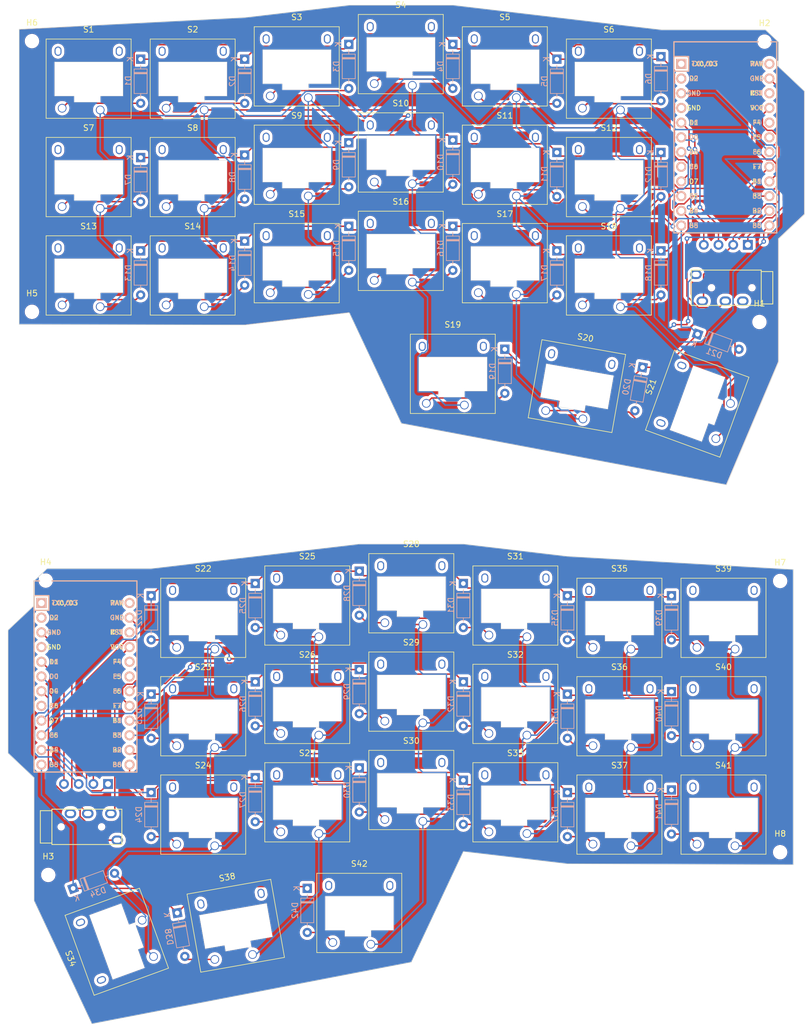
<source format=kicad_pcb>
(kicad_pcb (version 20221018) (generator pcbnew)
  (layers (0 "F.Cu" signal) (31 "B.Cu" signal) (34 "B.Paste" user) (35 "F.Paste" user) (36 "B.SilkS" user "B.Silkscreen") (37 "F.SilkS" user "F.Silkscreen") (38 "B.Mask" user) (39 "F.Mask" user) (44 "Edge.Cuts" user))
  (net 0 "")
  (net 1 "Row 0")
  (net 2 "Net-(D1-A)")
  (net 3 "Net-(D2-A)")
  (net 4 "Net-(D3-A)")
  (net 5 "Row 1")
  (net 6 "Net-(D4-A)")
  (net 7 "Net-(D5-A)")
  (net 8 "Net-(D6-A)")
  (net 9 "Row 2")
  (net 10 "Net-(D7-A)")
  (net 11 "Net-(D8-A)")
  (net 12 "Net-(D9-A)")
  (net 13 "Column 0")
  (net 14 "Column 1")
  (net 15 "Column 2")
  (net 18 "Net-(D10-A)")
  (net 20 "Net-(D11-A)")
  (net 21 "Net-(D12-A)")
  (net 22 "Net-(D13-A)")
  (net 23 "Net-(D14-A)")
  (net 24 "Net-(D15-A)")
  (net 25 "Net-(D16-A)")
  (net 26 "Net-(D17-A)")
  (net 27 "Net-(D18-A)")
  (net 30 "Row 3")
  (net 32 "Net-(D19-A)")
  (net 34 "Net-(D20-A)")
  (net 35 "Net-(D21-A)")
  (net 36 "GND OLED 1")
  (net 37 "TIP 1")
  (net 38 "SCL OLED 1")
  (net 39 "SDA OLED 1")
  (net 40 "Column 3")
  (net 41 "Column 4")
  (net 42 "Column 5")
  (net 43 "RING1 1")
  (net 44 "SLEEVE 1")
  (net 47 "Row 4")
  (net 48 "Net-(D22-A)")
  (net 49 "Row 5")
  (net 50 "Net-(D23-A)")
  (net 51 "Row 6")
  (net 52 "Net-(D24-A)")
  (net 53 "Net-(D25-A)")
  (net 54 "Net-(D26-A)")
  (net 55 "Net-(D27-A)")
  (net 56 "Net-(D28-A)")
  (net 57 "Net-(D29-A)")
  (net 58 "Net-(D30-A)")
  (net 59 "Net-(D31-A)")
  (net 60 "Net-(D32-A)")
  (net 61 "Net-(D33-A)")
  (net 62 "Row 7")
  (net 63 "Net-(D34-A)")
  (net 64 "Net-(D35-A)")
  (net 65 "Net-(D36-A)")
  (net 66 "Net-(D37-A)")
  (net 67 "Net-(D38-A)")
  (net 68 "Net-(D39-A)")
  (net 69 "Net-(D40-A)")
  (net 70 "Net-(D41-A)")
  (net 71 "Net-(D42-A)")
  (net 72 "GND OLED 2")
  (net 73 "TIP 2")
  (net 74 "SCL OLED 2")
  (net 75 "SDA OLED 2")
  (net 76 "Column 6")
  (net 77 "Column 7")
  (net 78 "Column 8")
  (net 79 "Column 9")
  (net 80 "Column 10")
  (net 81 "Column 11")
  (net 82 "SLEEVE 2")
  (net 83 "RING1 2")
  (footprint "ScottoKeebs_Choc:Choc_Mini_1.00u" (layer "F.Cu") (at 59.13 157.75625)
    (fp_text reference "S24")
    (fp_text value "Keyswitch")
    (fp_line (start -5.9 -2.9) (end -5.9 3) (stroke (width 0.05)) (layer "Edge.Cuts"))
    (fp_line (start -5.9 3) (end -2.5 3) (stroke (width 0.05)) (layer "Edge.Cuts"))
    (fp_line (start -2.5 3) (end -2.5 4.05) (stroke (width 0.05)) (layer "Edge.Cuts"))
    (fp_line (start -2.5 4.05) (end 2.05 4.05) (stroke (width 0.05)) (layer "Edge.Cuts"))
    (fp_line (start 2.05 3) (end 5.95 3) (stroke (width 0.05)) (layer "Edge.Cuts"))
    (fp_line (start 2.05 4.05) (end 2.05 3) (stroke (width 0.05)) (layer "Edge.Cuts"))
    (fp_line (start 5.95 -2.9) (end -5.9 -2.9) (stroke (width 0.05)) (layer "Edge.Cuts"))
    (fp_line (start 5.95 3) (end 5.95 -2.9) (stroke (width 0.05)) (layer "Edge.Cuts"))
  )
  (footprint "ScottoKeebs_Choc:Choc_Mini_1.00u" (layer "F.Cu") (at 111.31 28.46625)
    (fp_text reference "S5")
    (fp_text value "Keyswitch")
    (fp_line (start -5.9 -2.9) (end -5.9 3) (stroke (width 0.05)) (layer "Edge.Cuts"))
    (fp_line (start -5.9 3) (end -2.5 3) (stroke (width 0.05)) (layer "Edge.Cuts"))
    (fp_line (start -2.5 3) (end -2.5 4.05) (stroke (width 0.05)) (layer "Edge.Cuts"))
    (fp_line (start -2.5 4.05) (end 2.05 4.05) (stroke (width 0.05)) (layer "Edge.Cuts"))
    (fp_line (start 2.05 3) (end 5.95 3) (stroke (width 0.05)) (layer "Edge.Cuts"))
    (fp_line (start 2.05 4.05) (end 2.05 3) (stroke (width 0.05)) (layer "Edge.Cuts"))
    (fp_line (start 5.95 -2.9) (end -5.9 -2.9) (stroke (width 0.05)) (layer "Edge.Cuts"))
    (fp_line (start 5.95 3) (end 5.95 -2.9) (stroke (width 0.05)) (layer "Edge.Cuts"))
  )
  (footprint "ScottoKeebs_Choc:Choc_Mini_1.00u" (layer "F.Cu") (at 95.13 119.50625)
    (fp_text reference "S28")
    (fp_text value "Keyswitch")
    (fp_line (start -5.9 -2.9) (end -5.9 3) (stroke (width 0.05)) (layer "Edge.Cuts"))
    (fp_line (start -5.9 3) (end -2.5 3) (stroke (width 0.05)) (layer "Edge.Cuts"))
    (fp_line (start -2.5 3) (end -2.5 4.05) (stroke (width 0.05)) (layer "Edge.Cuts"))
    (fp_line (start -2.5 4.05) (end 2.05 4.05) (stroke (width 0.05)) (layer "Edge.Cuts"))
    (fp_line (start 2.05 3) (end 5.95 3) (stroke (width 0.05)) (layer "Edge.Cuts"))
    (fp_line (start 2.05 4.05) (end 2.05 3) (stroke (width 0.05)) (layer "Edge.Cuts"))
    (fp_line (start 5.95 -2.9) (end -5.9 -2.9) (stroke (width 0.05)) (layer "Edge.Cuts"))
    (fp_line (start 5.95 3) (end 5.95 -2.9) (stroke (width 0.05)) (layer "Edge.Cuts"))
  )
  (footprint "MountingHole:MountingHole_2mm" (layer "F.Cu") (at 29.51 70.87625)
    (fp_text reference "H5")
    (fp_text value "Mounting_Hole")
  )
  (footprint "ScottoKeebs_Choc:Choc_Mini_1.00u" (layer "F.Cu") (at 57.31 47.59125)
    (fp_text reference "S8")
    (fp_text value "Keyswitch")
    (fp_line (start -5.9 -2.9) (end -5.9 3) (stroke (width 0.05)) (layer "Edge.Cuts"))
    (fp_line (start -5.9 3) (end -2.5 3) (stroke (width 0.05)) (layer "Edge.Cuts"))
    (fp_line (start -2.5 3) (end -2.5 4.05) (stroke (width 0.05)) (layer "Edge.Cuts"))
    (fp_line (start -2.5 4.05) (end 2.05 4.05) (stroke (width 0.05)) (layer "Edge.Cuts"))
    (fp_line (start 2.05 3) (end 5.95 3) (stroke (width 0.05)) (layer "Edge.Cuts"))
    (fp_line (start 2.05 4.05) (end 2.05 3) (stroke (width 0.05)) (layer "Edge.Cuts"))
    (fp_line (start 5.95 -2.9) (end -5.9 -2.9) (stroke (width 0.05)) (layer "Edge.Cuts"))
    (fp_line (start 5.95 3) (end 5.95 -2.9) (stroke (width 0.05)) (layer "Edge.Cuts"))
  )
  (footprint "ScottoKeebs_Choc:Choc_Mini_1.00u" (layer "F.Cu") (at 113.13 121.63125)
    (fp_text reference "S31")
    (fp_text value "Keyswitch")
    (fp_line (start -5.9 -2.9) (end -5.9 3) (stroke (width 0.05)) (layer "Edge.Cuts"))
    (fp_line (start -5.9 3) (end -2.5 3) (stroke (width 0.05)) (layer "Edge.Cuts"))
    (fp_line (start -2.5 3) (end -2.5 4.05) (stroke (width 0.05)) (layer "Edge.Cuts"))
    (fp_line (start -2.5 4.05) (end 2.05 4.05) (stroke (width 0.05)) (layer "Edge.Cuts"))
    (fp_line (start 2.05 3) (end 5.95 3) (stroke (width 0.05)) (layer "Edge.Cuts"))
    (fp_line (start 2.05 4.05) (end 2.05 3) (stroke (width 0.05)) (layer "Edge.Cuts"))
    (fp_line (start 5.95 -2.9) (end -5.9 -2.9) (stroke (width 0.05)) (layer "Edge.Cuts"))
    (fp_line (start 5.95 3) (end 5.95 -2.9) (stroke (width 0.05)) (layer "Edge.Cuts"))
  )
  (footprint "ScottoKeebs_Choc:Choc_Mini_1.00u" (layer "F.Cu") (at 129.31 30.59125)
    (fp_text reference "S6")
    (fp_text value "Keyswitch")
    (fp_line (start -5.9 -2.9) (end -5.9 3) (stroke (width 0.05)) (layer "Edge.Cuts"))
    (fp_line (start -5.9 3) (end -2.5 3) (stroke (width 0.05)) (layer "Edge.Cuts"))
    (fp_line (start -2.5 3) (end -2.5 4.05) (stroke (width 0.05)) (layer "Edge.Cuts"))
    (fp_line (start -2.5 4.05) (end 2.05 4.05) (stroke (width 0.05)) (layer "Edge.Cuts"))
    (fp_line (start 2.05 3) (end 5.95 3) (stroke (width 0.05)) (layer "Edge.Cuts"))
    (fp_line (start 2.05 4.05) (end 2.05 3) (stroke (width 0.05)) (layer "Edge.Cuts"))
    (fp_line (start 5.95 -2.9) (end -5.9 -2.9) (stroke (width 0.05)) (layer "Edge.Cuts"))
    (fp_line (start 5.95 3) (end 5.95 -2.9) (stroke (width 0.05)) (layer "Edge.Cuts"))
  )
  (footprint "ScottoKeebs_Choc:Choc_Mini_1.00u" (layer "F.Cu") (at 113.13 155.63125)
    (fp_text reference "S33")
    (fp_text value "Keyswitch")
    (fp_line (start -5.9 -2.9) (end -5.9 3) (stroke (width 0.05)) (layer "Edge.Cuts"))
    (fp_line (start -5.9 3) (end -2.5 3) (stroke (width 0.05)) (layer "Edge.Cuts"))
    (fp_line (start -2.5 3) (end -2.5 4.05) (stroke (width 0.05)) (layer "Edge.Cuts"))
    (fp_line (start -2.5 4.05) (end 2.05 4.05) (stroke (width 0.05)) (layer "Edge.Cuts"))
    (fp_line (start 2.05 3) (end 5.95 3) (stroke (width 0.05)) (layer "Edge.Cuts"))
    (fp_line (start 2.05 4.05) (end 2.05 3) (stroke (width 0.05)) (layer "Edge.Cuts"))
    (fp_line (start 5.95 -2.9) (end -5.9 -2.9) (stroke (width 0.05)) (layer "Edge.Cuts"))
    (fp_line (start 5.95 3) (end 5.95 -2.9) (stroke (width 0.05)) (layer "Edge.Cuts"))
  )
  (footprint "ScottoKeebs_Choc:Choc_Mini_1.00u" (layer "F.Cu") (at 39.31 64.59125)
    (fp_text reference "S13")
    (fp_text value "Keyswitch")
    (fp_line (start -5.9 -2.9) (end -5.9 3) (stroke (width 0.05)) (layer "Edge.Cuts"))
    (fp_line (start -5.9 3) (end -2.5 3) (stroke (width 0.05)) (layer "Edge.Cuts"))
    (fp_line (start -2.5 3) (end -2.5 4.05) (stroke (width 0.05)) (layer "Edge.Cuts"))
    (fp_line (start -2.5 4.05) (end 2.05 4.05) (stroke (width 0.05)) (layer "Edge.Cuts"))
    (fp_line (start 2.05 3) (end 5.95 3) (stroke (width 0.05)) (layer "Edge.Cuts"))
    (fp_line (start 2.05 4.05) (end 2.05 3) (stroke (width 0.05)) (layer "Edge.Cuts"))
    (fp_line (start 5.95 -2.9) (end -5.9 -2.9) (stroke (width 0.05)) (layer "Edge.Cuts"))
    (fp_line (start 5.95 3) (end 5.95 -2.9) (stroke (width 0.05)) (layer "Edge.Cuts"))
  )
  (footprint "ScottoKeebs_Choc:Choc_Mini_1.00u" (layer "F.Cu") (at 77.13 155.63125)
    (fp_text reference "S27")
    (fp_text value "Keyswitch")
    (fp_line (start -5.9 -2.9) (end -5.9 3) (stroke (width 0.05)) (layer "Edge.Cuts"))
    (fp_line (start -5.9 3) (end -2.5 3) (stroke (width 0.05)) (layer "Edge.Cuts"))
    (fp_line (start -2.5 3) (end -2.5 4.05) (stroke (width 0.05)) (layer "Edge.Cuts"))
    (fp_line (start -2.5 4.05) (end 2.05 4.05) (stroke (width 0.05)) (layer "Edge.Cuts"))
    (fp_line (start 2.05 3) (end 5.95 3) (stroke (width 0.05)) (layer "Edge.Cuts"))
    (fp_line (start 2.05 4.05) (end 2.05 3) (stroke (width 0.05)) (layer "Edge.Cuts"))
    (fp_line (start 5.95 -2.9) (end -5.9 -2.9) (stroke (width 0.05)) (layer "Edge.Cuts"))
    (fp_line (start 5.95 3) (end 5.95 -2.9) (stroke (width 0.05)) (layer "Edge.Cuts"))
  )
  (footprint "ScottoKeebs_Choc:Choc_Mini_1.00u" (layer "F.Cu") (at 113.13 138.63125)
    (fp_text reference "S32")
    (fp_text value "Keyswitch")
    (fp_line (start -5.9 -2.9) (end -5.9 3) (stroke (width 0.05)) (layer "Edge.Cuts"))
    (fp_line (start -5.9 3) (end -2.5 3) (stroke (width 0.05)) (layer "Edge.Cuts"))
    (fp_line (start -2.5 3) (end -2.5 4.05) (stroke (width 0.05)) (layer "Edge.Cuts"))
    (fp_line (start -2.5 4.05) (end 2.05 4.05) (stroke (width 0.05)) (layer "Edge.Cuts"))
    (fp_line (start 2.05 3) (end 5.95 3) (stroke (width 0.05)) (layer "Edge.Cuts"))
    (fp_line (start 2.05 4.05) (end 2.05 3) (stroke (width 0.05)) (layer "Edge.Cuts"))
    (fp_line (start 5.95 -2.9) (end -5.9 -2.9) (stroke (width 0.05)) (layer "Edge.Cuts"))
    (fp_line (start 5.95 3) (end 5.95 -2.9) (stroke (width 0.05)) (layer "Edge.Cuts"))
  )
  (footprint "ScottoKeebs_Choc:Choc_Mini_1.00u" (layer "F.Cu") (at 129.31 47.59125)
    (fp_text reference "S12")
    (fp_text value "Keyswitch")
    (fp_line (start -5.9 -2.9) (end -5.9 3) (stroke (width 0.05)) (layer "Edge.Cuts"))
    (fp_line (start -5.9 3) (end -2.5 3) (stroke (width 0.05)) (layer "Edge.Cuts"))
    (fp_line (start -2.5 3) (end -2.5 4.05) (stroke (width 0.05)) (layer "Edge.Cuts"))
    (fp_line (start -2.5 4.05) (end 2.05 4.05) (stroke (width 0.05)) (layer "Edge.Cuts"))
    (fp_line (start 2.05 3) (end 5.95 3) (stroke (width 0.05)) (layer "Edge.Cuts"))
    (fp_line (start 2.05 4.05) (end 2.05 3) (stroke (width 0.05)) (layer "Edge.Cuts"))
    (fp_line (start 5.95 -2.9) (end -5.9 -2.9) (stroke (width 0.05)) (layer "Edge.Cuts"))
    (fp_line (start 5.95 3) (end 5.95 -2.9) (stroke (width 0.05)) (layer "Edge.Cuts"))
  )
  (footprint "ScottoKeebs_Choc:Choc_Mini_1.00u" (layer "F.Cu") (at 95.13 136.50625)
    (fp_text reference "S29")
    (fp_text value "Keyswitch")
    (fp_line (start -5.9 -2.9) (end -5.9 3) (stroke (width 0.05)) (layer "Edge.Cuts"))
    (fp_line (start -5.9 3) (end -2.5 3) (stroke (width 0.05)) (layer "Edge.Cuts"))
    (fp_line (start -2.5 3) (end -2.5 4.05) (stroke (width 0.05)) (layer "Edge.Cuts"))
    (fp_line (start -2.5 4.05) (end 2.05 4.05) (stroke (width 0.05)) (layer "Edge.Cuts"))
    (fp_line (start 2.05 3) (end 5.95 3) (stroke (width 0.05)) (layer "Edge.Cuts"))
    (fp_line (start 2.05 4.05) (end 2.05 3) (stroke (width 0.05)) (layer "Edge.Cuts"))
    (fp_line (start 5.95 -2.9) (end -5.9 -2.9) (stroke (width 0.05)) (layer "Edge.Cuts"))
    (fp_line (start 5.95 3) (end 5.95 -2.9) (stroke (width 0.05)) (layer "Edge.Cuts"))
  )
  (footprint "MountingHole:MountingHole_2mm" (layer "F.Cu") (at 31.890686 117.31625)
    (fp_text reference "H4")
    (fp_text value "Mounting_Hole")
  )
  (footprint "MountingHole:MountingHole_2mm" (layer "F.Cu") (at 29.51 24.09625)
    (fp_text reference "H6")
    (fp_text value "Mounting_Hole")
  )
  (footprint "ScottoKeebs_Choc:Choc_Mini_1.00u" (layer "F.Cu") (at 77.13 121.63125)
    (fp_text reference "S25")
    (fp_text value "Keyswitch")
    (fp_line (start -5.9 -2.9) (end -5.9 3) (stroke (width 0.05)) (layer "Edge.Cuts"))
    (fp_line (start -5.9 3) (end -2.5 3) (stroke (width 0.05)) (layer "Edge.Cuts"))
    (fp_line (start -2.5 3) (end -2.5 4.05) (stroke (width 0.05)) (layer "Edge.Cuts"))
    (fp_line (start -2.5 4.05) (end 2.05 4.05) (stroke (width 0.05)) (layer "Edge.Cuts"))
    (fp_line (start 2.05 3) (end 5.95 3) (stroke (width 0.05)) (layer "Edge.Cuts"))
    (fp_line (start 2.05 4.05) (end 2.05 3) (stroke (width 0.05)) (layer "Edge.Cuts"))
    (fp_line (start 5.95 -2.9) (end -5.9 -2.9) (stroke (width 0.05)) (layer "Edge.Cuts"))
    (fp_line (start 5.95 3) (end 5.95 -2.9) (stroke (width 0.05)) (layer "Edge.Cuts"))
  )
  (footprint "ScottoKeebs_Choc:Choc_Mini_1.00u" (layer "F.Cu") (at 64.76 176.96625 10)
    (fp_text reference "S38")
    (fp_text value "Keyswitch")
    (fp_line (start -5.9 -2.9) (end -5.9 3) (stroke (width 0.05)) (layer "Edge.Cuts"))
    (fp_line (start -5.9 3) (end -2.5 3) (stroke (width 0.05)) (layer "Edge.Cuts"))
    (fp_line (start -2.5 3) (end -2.5 4.05) (stroke (width 0.05)) (layer "Edge.Cuts"))
    (fp_line (start -2.5 4.05) (end 2.05 4.05) (stroke (width 0.05)) (layer "Edge.Cuts"))
    (fp_line (start 2.05 3) (end 5.95 3) (stroke (width 0.05)) (layer "Edge.Cuts"))
    (fp_line (start 2.05 4.05) (end 2.05 3) (stroke (width 0.05)) (layer "Edge.Cuts"))
    (fp_line (start 5.95 -2.9) (end -5.9 -2.9) (stroke (width 0.05)) (layer "Edge.Cuts"))
    (fp_line (start 5.95 3) (end 5.95 -2.9) (stroke (width 0.05)) (layer "Edge.Cuts"))
  )
  (footprint "ScottoKeebs_Choc:Choc_Mini_1.00u" (layer "F.Cu") (at 59.13 123.75625)
    (fp_text reference "S22")
    (fp_text value "Keyswitch")
    (fp_line (start -5.9 -2.9) (end -5.9 3) (stroke (width 0.05)) (layer "Edge.Cuts"))
    (fp_line (start -5.9 3) (end -2.5 3) (stroke (width 0.05)) (layer "Edge.Cuts"))
    (fp_line (start -2.5 3) (end -2.5 4.05) (stroke (width 0.05)) (layer "Edge.Cuts"))
    (fp_line (start -2.5 4.05) (end 2.05 4.05) (stroke (width 0.05)) (layer "Edge.Cuts"))
    (fp_line (start 2.05 3) (end 5.95 3) (stroke (width 0.05)) (layer "Edge.Cuts"))
    (fp_line (start 2.05 4.05) (end 2.05 3) (stroke (width 0.05)) (layer "Edge.Cuts"))
    (fp_line (start 5.95 -2.9) (end -5.9 -2.9) (stroke (width 0.05)) (layer "Edge.Cuts"))
    (fp_line (start 5.95 3) (end 5.95 -2.9) (stroke (width 0.05)) (layer "Edge.Cuts"))
  )
  (footprint "ScottoKeebs_Choc:Choc_Mini_1.00u" (layer "F.Cu") (at 131.13 140.75625)
    (fp_text reference "S36")
    (fp_text value "Keyswitch")
    (fp_line (start -5.9 -2.9) (end -5.9 3) (stroke (width 0.05)) (layer "Edge.Cuts"))
    (fp_line (start -5.9 3) (end -2.5 3) (stroke (width 0.05)) (layer "Edge.Cuts"))
    (fp_line (start -2.5 3) (end -2.5 4.05) (stroke (width 0.05)) (layer "Edge.Cuts"))
    (fp_line (start -2.5 4.05) (end 2.05 4.05) (stroke (width 0.05)) (layer "Edge.Cuts"))
    (fp_line (start 2.05 3) (end 5.95 3) (stroke (width 0.05)) (layer "Edge.Cuts"))
    (fp_line (start 2.05 4.05) (end 2.05 3) (stroke (width 0.05)) (layer "Edge.Cuts"))
    (fp_line (start 5.95 -2.9) (end -5.9 -2.9) (stroke (width 0.05)) (layer "Edge.Cuts"))
    (fp_line (start 5.95 3) (end 5.95 -2.9) (stroke (width 0.05)) (layer "Edge.Cuts"))
  )
  (footprint "ScottoKeebs_Choc:Choc_Mini_1.00u" (layer "F.Cu") (at 86.13 174.75625)
    (fp_text reference "S42")
    (fp_text value "Keyswitch")
    (fp_line (start -5.9 -2.9) (end -5.9 3) (stroke (width 0.05)) (layer "Edge.Cuts"))
    (fp_line (start -5.9 3) (end -2.5 3) (stroke (width 0.05)) (layer "Edge.Cuts"))
    (fp_line (start -2.5 3) (end -2.5 4.05) (stroke (width 0.05)) (layer "Edge.Cuts"))
    (fp_line (start -2.5 4.05) (end 2.05 4.05) (stroke (width 0.05)) (layer "Edge.Cuts"))
    (fp_line (start 2.05 3) (end 5.95 3) (stroke (width 0.05)) (layer "Edge.Cuts"))
    (fp_line (start 2.05 4.05) (end 2.05 3) (stroke (width 0.05)) (layer "Edge.Cuts"))
    (fp_line (start 5.95 -2.9) (end -5.9 -2.9) (stroke (width 0.05)) (layer "Edge.Cuts"))
    (fp_line (start 5.95 3) (end 5.95 -2.9) (stroke (width 0.05)) (layer "Edge.Cuts"))
  )
  (footprint "ScottoKeebs_Choc:Choc_Mini_1.00u" (layer "F.Cu") (at 131.13 157.75625)
    (fp_text reference "S37")
    (fp_text value "Keyswitch")
    (fp_line (start -5.9 -2.9) (end -5.9 3) (stroke (width 0.05)) (layer "Edge.Cuts"))
    (fp_line (start -5.9 3) (end -2.5 3) (stroke (width 0.05)) (layer "Edge.Cuts"))
    (fp_line (start -2.5 3) (end -2.5 4.05) (stroke (width 0.05)) (layer "Edge.Cuts"))
    (fp_line (start -2.5 4.05) (end 2.05 4.05) (stroke (width 0.05)) (layer "Edge.Cuts"))
    (fp_line (start 2.05 3) (end 5.95 3) (stroke (width 0.05)) (layer "Edge.Cuts"))
    (fp_line (start 2.05 4.05) (end 2.05 3) (stroke (width 0.05)) (layer "Edge.Cuts"))
    (fp_line (start 5.95 -2.9) (end -5.9 -2.9) (stroke (width 0.05)) (layer "Edge.Cuts"))
    (fp_line (start 5.95 3) (end 5.95 -2.9) (stroke (width 0.05)) (layer "Edge.Cuts"))
  )
  (footprint "ScottoKeebs_Choc:Choc_Mini_1.00u" (layer "F.Cu") (at 57.31 30.59125)
    (fp_text reference "S2")
    (fp_text value "Keyswitch")
    (fp_line (start -5.9 -2.9) (end -5.9 3) (stroke (width 0.05)) (layer "Edge.Cuts"))
    (fp_line (start -5.9 3) (end -2.5 3) (stroke (width 0.05)) (layer "Edge.Cuts"))
    (fp_line (start -2.5 3) (end -2.5 4.05) (stroke (width 0.05)) (layer "Edge.Cuts"))
    (fp_line (start -2.5 4.05) (end 2.05 4.05) (stroke (width 0.05)) (layer "Edge.Cuts"))
    (fp_line (start 2.05 3) (end 5.95 3) (stroke (width 0.05)) (layer "Edge.Cuts"))
    (fp_line (start 2.05 4.05) (end 2.05 3) (stroke (width 0.05)) (layer "Edge.Cuts"))
    (fp_line (start 5.95 -2.9) (end -5.9 -2.9) (stroke (width 0.05)) (layer "Edge.Cuts"))
    (fp_line (start 5.95 3) (end 5.95 -2.9) (stroke (width 0.05)) (layer "Edge.Cuts"))
  )
  (footprint "MountingHole:MountingHole_2mm" (layer "F.Cu") (at 156.23 24.18125)
    (fp_text reference "H2")
    (fp_text value "Mounting_Hole")
  )
  (footprint "ScottoKeebs_MCU:Arduino_Pro_Micro" (layer "F.Cu") (at 149.45 41.99625)
    (fp_text reference "U1" hide)
    (fp_text value "Arduino_Pro_Micro" hide)
  )
  (footprint "ScottoKeebs_Choc:Choc_Mini_1.00u" (layer "F.Cu") (at 149.13 140.75625)
    (fp_text reference "S40")
    (fp_text value "Keyswitch")
    (fp_line (start -5.9 -2.9) (end -5.9 3) (stroke (width 0.05)) (layer "Edge.Cuts"))
    (fp_line (start -5.9 3) (end -2.5 3) (stroke (width 0.05)) (layer "Edge.Cuts"))
    (fp_line (start -2.5 3) (end -2.5 4.05) (stroke (width 0.05)) (layer "Edge.Cuts"))
    (fp_line (start -2.5 4.05) (end 2.05 4.05) (stroke (width 0.05)) (layer "Edge.Cuts"))
    (fp_line (start 2.05 3) (end 5.95 3) (stroke (width 0.05)) (layer "Edge.Cuts"))
    (fp_line (start 2.05 4.05) (end 2.05 3) (stroke (width 0.05)) (layer "Edge.Cuts"))
    (fp_line (start 5.95 -2.9) (end -5.9 -2.9) (stroke (width 0.05)) (layer "Edge.Cuts"))
    (fp_line (start 5.95 3) (end 5.95 -2.9) (stroke (width 0.05)) (layer "Edge.Cuts"))
  )
  (footprint "ScottoKeebs_Choc:Choc_Mini_1.00u" (layer "F.Cu") (at 75.31 28.46625)
    (fp_text reference "S3")
    (fp_text value "Keyswitch")
    (fp_line (start -5.9 -2.9) (end -5.9 3) (stroke (width 0.05)) (layer "Edge.Cuts"))
    (fp_line (start -5.9 3) (end -2.5 3) (stroke (width 0.05)) (layer "Edge.Cuts"))
    (fp_line (start -2.5 3) (end -2.5 4.05) (stroke (width 0.05)) (layer "Edge.Cuts"))
    (fp_line (start -2.5 4.05) (end 2.05 4.05) (stroke (width 0.05)) (layer "Edge.Cuts"))
    (fp_line (start 2.05 3) (end 5.95 3) (stroke (width 0.05)) (layer "Edge.Cuts"))
    (fp_line (start 2.05 4.05) (end 2.05 3) (stroke (width 0.05)) (layer "Edge.Cuts"))
    (fp_line (start 5.95 -2.9) (end -5.9 -2.9) (stroke (width 0.05)) (layer "Edge.Cuts"))
    (fp_line (start 5.95 3) (end 5.95 -2.9) (stroke (width 0.05)) (layer "Edge.Cuts"))
  )
  (footprint "ScottoKeebs_Choc:Choc_Mini_1.00u" (layer "F.Cu") (at 111.31 62.46625)
    (fp_text reference "S17")
    (fp_text value "Keyswitch")
    (fp_line (start -5.9 -2.9) (end -5.9 3) (stroke (width 0.05)) (layer "Edge.Cuts"))
    (fp_line (start -5.9 3) (end -2.5 3) (stroke (width 0.05)) (layer "Edge.Cuts"))
    (fp_line (start -2.5 3) (end -2.5 4.05) (stroke (width 0.05)) (layer "Edge.Cuts"))
    (fp_line (start -2.5 4.05) (end 2.05 4.05) (stroke (width 0.05)) (layer "Edge.Cuts"))
    (fp_line (start 2.05 3) (end 5.95 3) (stroke (width 0.05)) (layer "Edge.Cuts"))
    (fp_line (start 2.05 4.05) (end 2.05 3) (stroke (width 0.05)) (layer "Edge.Cuts"))
    (fp_line (start 5.95 -2.9) (end -5.9 -2.9) (stroke (width 0.05)) (layer "Edge.Cuts"))
    (fp_line (start 5.95 3) (end 5.95 -2.9) (stroke (width 0.05)) (layer "Edge.Cuts"))
  )
  (footprint "MountingHole:MountingHole_2mm" (layer "F.Cu") (at 32.33 168.18625)
    (fp_text reference "H3")
    (fp_text value "Mounting_Hole")
  )
  (footprint "ScottoKeebs_Choc:Choc_Mini_1.25u" (layer "F.Cu") (at 44.180686 179.72625 110)
    (fp_text reference "S34")
    (fp_text value "Keyswitch")
    (fp_line (start -5.9 -2.9) (end -5.9 3) (stroke (width 0.05)) (layer "Edge.Cuts"))
    (fp_line (start -5.9 3) (end -2.5 3) (stroke (width 0.05)) (layer "Edge.Cuts"))
    (fp_line (start -2.5 3) (end -2.5 4.05) (stroke (width 0.05)) (layer "Edge.Cuts"))
    (fp_line (start -2.5 4.05) (end 2.05 4.05) (stroke (width 0.05)) (layer "Edge.Cuts"))
    (fp_line (start 2.05 3) (end 5.95 3) (stroke (width 0.05)) (layer "Edge.Cuts"))
    (fp_line (start 2.05 4.05) (end 2.05 3) (stroke (width 0.05)) (layer "Edge.Cuts"))
    (fp_line (start 5.95 -2.9) (end -5.9 -2.9) (stroke (width 0.05)) (layer "Edge.Cuts"))
    (fp_line (start 5.95 3) (end 5.95 -2.9) (stroke (width 0.05)) (layer "Edge.Cuts"))
  )
  (footprint "MountingHole:MountingHole_2mm" (layer "F.Cu") (at 158.93 164.25625)
    (fp_text reference "H8")
    (fp_text value "Mounting_Hole")
  )
  (footprint "ScottoKeebs_Components:TRRS_PJ-320A" (layer "F.Cu") (at 32.96 159.87625 90)
    (fp_text reference "U3")
    (fp_text value "TRRS")
  )
  (footprint "ScottoKeebs_Choc:Choc_Mini_1.00u" (layer "F.Cu") (at 93.31 60.34125)
    (fp_text reference "S16")
    (fp_text value "Keyswitch")
    (fp_line (start -5.9 -2.9) (end -5.9 3) (stroke (width 0.05)) (layer "Edge.Cuts"))
    (fp_line (start -5.9 3) (end -2.5 3) (stroke (width 0.05)) (layer "Edge.Cuts"))
    (fp_line (start -2.5 3) (end -2.5 4.05) (stroke (width 0.05)) (layer "Edge.Cuts"))
    (fp_line (start -2.5 4.05) (end 2.05 4.05) (stroke (width 0.05)) (layer "Edge.Cuts"))
    (fp_line (start 2.05 3) (end 5.95 3) (stroke (width 0.05)) (layer "Edge.Cuts"))
    (fp_line (start 2.05 4.05) (end 2.05 3) (stroke (width 0.05)) (layer "Edge.Cuts"))
    (fp_line (start 5.95 -2.9) (end -5.9 -2.9) (stroke (width 0.05)) (layer "Edge.Cuts"))
    (fp_line (start 5.95 3) (end 5.95 -2.9) (stroke (width 0.05)) (layer "Edge.Cuts"))
  )
  (footprint "ScottoKeebs_Choc:Choc_Mini_1.00u" (layer "F.Cu") (at 77.13 138.63125)
    (fp_text reference "S26")
    (fp_text value "Keyswitch")
    (fp_line (start -5.9 -2.9) (end -5.9 3) (stroke (width 0.05)) (layer "Edge.Cuts"))
    (fp_line (start -5.9 3) (end -2.5 3) (stroke (width 0.05)) (layer "Edge.Cuts"))
    (fp_line (start -2.5 3) (end -2.5 4.05) (stroke (width 0.05)) (layer "Edge.Cuts"))
    (fp_line (start -2.5 4.05) (end 2.05 4.05) (stroke (width 0.05)) (layer "Edge.Cuts"))
    (fp_line (start 2.05 3) (end 5.95 3) (stroke (width 0.05)) (layer "Edge.Cuts"))
    (fp_line (start 2.05 4.05) (end 2.05 3) (stroke (width 0.05)) (layer "Edge.Cuts"))
    (fp_line (start 5.95 -2.9) (end -5.9 -2.9) (stroke (width 0.05)) (layer "Edge.Cuts"))
    (fp_line (start 5.95 3) (end 5.95 -2.9) (stroke (width 0.05)) (layer "Edge.Cuts"))
  )
  (footprint "ScottoKeebs_Choc:Choc_Mini_1.00u" (layer "F.Cu") (at 123.778085 83.71625 -10)
    (fp_text reference "S20")
    (fp_text value "Keyswitch")
    (fp_line (start -5.9 -2.9) (end -5.9 3) (stroke (width 0.05)) (layer "Edge.Cuts"))
    (fp_line (start -5.9 3) (end -2.5 3) (stroke (width 0.05)) (layer "Edge.Cuts"))
    (fp_line (start -2.5 3) (end -2.5 4.05) (stroke (width 0.05)) (layer "Edge.Cuts"))
    (fp_line (start -2.5 4.05) (end 2.05 4.05) (stroke (width 0.05)) (layer "Edge.Cuts"))
    (fp_line (start 2.05 3) (end 5.95 3) (stroke (width 0.05)) (layer "Edge.Cuts"))
    (fp_line (start 2.05 4.05) (end 2.05 3) (stroke (width 0.05)) (layer "Edge.Cuts"))
    (fp_line (start 5.95 -2.9) (end -5.9 -2.9) (stroke (width 0.05)) (layer "Edge.Cuts"))
    (fp_line (start 5.95 3) (end 5.95 -2.9) (stroke (width 0.05)) (layer "Edge.Cuts"))
  )
  (footprint "ScottoKeebs_MCU:Arduino_Pro_Micro" (layer "F.Cu") (at 38.77 135.16125)
    (fp_text reference "U4" hide)
    (fp_text value "Arduino_Pro_Micro" hide)
  )
  (footprint "ScottoKeebs_Choc:Choc_Mini_1.00u" (layer "F.Cu") (at 39.31 47.59125)
    (fp_text reference "S7")
    (fp_text value "Keyswitch")
    (fp_line (start -5.9 -2.9) (end -5.9 3) (stroke (width 0.05)) (layer "Edge.Cuts"))
    (fp_line (start -5.9 3) (end -2.5 3) (stroke (width 0.05)) (layer "Edge.Cuts"))
    (fp_line (start -2.5 3) (end -2.5 4.05) (stroke (width 0.05)) (layer "Edge.Cuts"))
    (fp_line (start -2.5 4.05) (end 2.05 4.05) (stroke (width 0.05)) (layer "Edge.Cuts"))
    (fp_line (start 2.05 3) (end 5.95 3) (stroke (width 0.05)) (layer "Edge.Cuts"))
    (fp_line (start 2.05 4.05) (end 2.05 3) (stroke (width 0.05)) (layer "Edge.Cuts"))
    (fp_line (start 5.95 -2.9) (end -5.9 -2.9) (stroke (width 0.05)) (layer "Edge.Cuts"))
    (fp_line (start 5.95 3) (end 5.95 -2.9) (stroke (width 0.05)) (layer "Edge.Cuts"))
  )
  (footprint "ScottoKeebs_Choc:Choc_Mini_1.00u" (layer "F.Cu") (at 75.31 45.46625)
    (fp_text reference "S9")
    (fp_text value "Keyswitch")
    (fp_line (start -5.9 -2.9) (end -5.9 3) (stroke (width 0.05)) (layer "Edge.Cuts"))
    (fp_line (start -5.9 3) (end -2.5 3) (stroke (width 0.05)) (layer "Edge.Cuts"))
    (fp_line (start -2.5 3) (end -2.5 4.05) (stroke (width 0.05)) (layer "Edge.Cuts"))
    (fp_line (start -2.5 4.05) (end 2.05 4.05) (stroke (width 0.05)) (layer "Edge.Cuts"))
    (fp_line (start 2.05 3) (end 5.95 3) (stroke (width 0.05)) (layer "Edge.Cuts"))
    (fp_line (start 2.05 4.05) (end 2.05 3) (stroke (width 0.05)) (layer "Edge.Cuts"))
    (fp_line (start 5.95 -2.9) (end -5.9 -2.9) (stroke (width 0.05)) (layer "Edge.Cuts"))
    (fp_line (start 5.95 3) (end 5.95 -2.9) (stroke (width 0.05)) (layer "Edge.Cuts"))
  )
  (footprint "MountingHole:MountingHole_2mm" (layer "F.Cu") (at 158.93 117.38625)
    (fp_text reference "H7")
    (fp_text value "Mounting_Hole")
  )
  (footprint "ScottoKeebs_Choc:Choc_Mini_1.00u" (layer "F.Cu") (at 149.13 157.75625)
    (fp_text reference "S41")
    (fp_text value "Keyswitch")
    (fp_line (start -5.9 -2.9) (end -5.9 3) (stroke (width 0.05)) (layer "Edge.Cuts"))
    (fp_line (start -5.9 3) (end -2.5 3) (stroke (width 0.05)) (layer "Edge.Cuts"))
    (fp_line (start -2.5 3) (end -2.5 4.05) (stroke (width 0.05)) (layer "Edge.Cuts"))
    (fp_line (start -2.5 4.05) (end 2.05 4.05) (stroke (width 0.05)) (layer "Edge.Cuts"))
    (fp_line (start 2.05 3) (end 5.95 3) (stroke (width 0.05)) (layer "Edge.Cuts"))
    (fp_line (start 2.05 4.05) (end 2.05 3) (stroke (width 0.05)) (layer "Edge.Cuts"))
    (fp_line (start 5.95 -2.9) (end -5.9 -2.9) (stroke (width 0.05)) (layer "Edge.Cuts"))
    (fp_line (start 5.95 3) (end 5.95 -2.9) (stroke (width 0.05)) (layer "Edge.Cuts"))
  )
  (footprint "ScottoKeebs_Choc:Choc_Mini_1.00u" (layer "F.Cu") (at 57.31 64.59125)
    (fp_text reference "S14")
    (fp_text value "Keyswitch")
    (fp_line (start -5.9 -2.9) (end -5.9 3) (stroke (width 0.05)) (layer "Edge.Cuts"))
    (fp_line (start -5.9 3) (end -2.5 3) (stroke (width 0.05)) (layer "Edge.Cuts"))
    (fp_line (start -2.5 3) (end -2.5 4.05) (stroke (width 0.05)) (layer "Edge.Cuts"))
    (fp_line (start -2.5 4.05) (end 2.05 4.05) (stroke (width 0.05)) (layer "Edge.Cuts"))
    (fp_line (start 2.05 3) (end 5.95 3) (stroke (width 0.05)) (layer "Edge.Cuts"))
    (fp_line (start 2.05 4.05) (end 2.05 3) (stroke (width 0.05)) (layer "Edge.Cuts"))
    (fp_line (start 5.95 -2.9) (end -5.9 -2.9) (stroke (width 0.05)) (layer "Edge.Cuts"))
    (fp_line (start 5.95 3) (end 5.95 -2.9) (stroke (width 0.05)) (layer "Edge.Cuts"))
  )
  (footprint "ScottoKeebs_Components:OLED_128x32" (layer "F.Cu") (at 143.545 60.90125 90)
    (fp_text reference "J1" hide)
    (fp_text value "OLED_128x32")
  )
  (footprint "MountingHole:MountingHole_2mm" (layer "F.Cu") (at 155.35 72.63625)
    (fp_text reference "H1")
    (fp_text value "Mounting_Hole")
  )
  (footprint "ScottoKeebs_Choc:Choc_Mini_1.00u" (layer "F.Cu") (at 93.31 26.34125)
    (fp_text reference "S4")
    (fp_text value "Keyswitch")
    (fp_line (start -5.9 -2.9) (end -5.9 3) (stroke (width 0.05)) (layer "Edge.Cuts"))
    (fp_line (start -5.9 3) (end -2.5 3) (stroke (width 0.05)) (layer "Edge.Cuts"))
    (fp_line (start -2.5 3) (end -2.5 4.05) (stroke (width 0.05)) (layer "Edge.Cuts"))
    (fp_line (start -2.5 4.05) (end 2.05 4.05) (stroke (width 0.05)) (layer "Edge.Cuts"))
    (fp_line (start 2.05 3) (end 5.95 3) (stroke (width 0.05)) (layer "Edge.Cuts"))
    (fp_line (start 2.05 4.05) (end 2.05 3) (stroke (width 0.05)) (layer "Edge.Cuts"))
    (fp_line (start 5.95 -2.9) (end -5.9 -2.9) (stroke (width 0.05)) (layer "Edge.Cuts"))
    (fp_line (start 5.95 3) (end 5.95 -2.9) (stroke (width 0.05)) (layer "Edge.Cuts"))
  )
  (footprint "ScottoKeebs_Choc:Choc_Mini_1.00u" (layer "F.Cu") (at 149.13 123.75625)
    (fp_text reference "S39")
    (fp_text value "Keyswitch")
    (fp_line (start -5.9 -2.9) (end -5.9 3) (stroke (width 0.05)) (layer "Edge.Cuts"))
    (fp_line (start -5.9 3) (end -2.5 3) (stroke (width 0.05)) (layer "Edge.Cuts"))
    (fp_line (start -2.5 3) (end -2.5 4.05) (stroke (width 0.05)) (layer "Edge.Cuts"))
    (fp_line (start -2.5 4.05) (end 2.05 4.05) (stroke (width 0.05)) (layer "Edge.Cuts"))
    (fp_line (start 2.05 3) (end 5.95 3) (stroke (width 0.05)) (layer "Edge.Cuts"))
    (fp_line (start 2.05 4.05) (end 2.05 3) (stroke (width 0.05)) (layer "Edge.Cuts"))
    (fp_line (start 5.95 -2.9) (end -5.9 -2.9) (stroke (width 0.05)) (layer "Edge.Cuts"))
    (fp_line (start 5.95 3) (end 5.95 -2.9) (stroke (width 0.05)) (layer "Edge.Cuts"))
  )
  (footprint "ScottoKeebs_Choc:Choc_Mini_1.00u" (layer "F.Cu") (at 95.13 153.50625)
    (fp_text reference "S30")
    (fp_text value "Keyswitch")
    (fp_line (start -5.9 -2.9) (end -5.9 3) (stroke (width 0.05)) (layer "Edge.Cuts"))
    (fp_line (start -5.9 3) (end -2.5 3) (stroke (width 0.05)) (layer "Edge.Cuts"))
    (fp_line (start -2.5 3) (end -2.5 4.05) (stroke (width 0.05)) (layer "Edge.Cuts"))
    (fp_line (start -2.5 4.05) (end 2.05 4.05) (stroke (width 0.05)) (layer "Edge.Cuts"))
    (fp_line (start 2.05 3) (end 5.95 3) (stroke (width 0.05)) (layer "Edge.Cuts"))
    (fp_line (start 2.05 4.05) (end 2.05 3) (stroke (width 0.05)) (layer "Edge.Cuts"))
    (fp_line (start 5.95 -2.9) (end -5.9 -2.9) (stroke (width 0.05)) (layer "Edge.Cuts"))
    (fp_line (start 5.95 3) (end 5.95 -2.9) (stroke (width 0.05)) (layer "Edge.Cuts"))
  )
  (footprint "ScottoKeebs_Choc:Choc_Mini_1.00u" (layer "F.Cu") (at 93.31 43.34125)
    (fp_text reference "S10")
    (fp_text value "Keyswitch")
    (fp_line (start -5.9 -2.9) (end -5.9 3) (stroke (width 0.05)) (layer "Edge.Cuts"))
    (fp_line (start -5.9 3) (end -2.5 3) (stroke (width 0.05)) (layer "Edge.Cuts"))
    (fp_line (start -2.5 3) (end -2.5 4.05) (stroke (width 0.05)) (layer "Edge.Cuts"))
    (fp_line (start -2.5 4.05) (end 2.05 4.05) (stroke (width 0.05)) (layer "Edge.Cuts"))
    (fp_line (start 2.05 3) (end 5.95 3) (stroke (width 0.05)) (layer "Edge.Cuts"))
    (fp_line (start 2.05 4.05) (end 2.05 3) (stroke (width 0.05)) (layer "Edge.Cuts"))
    (fp_line (start 5.95 -2.9) (end -5.9 -2.9) (stroke (width 0.05)) (layer "Edge.Cuts"))
    (fp_line (start 5.95 3) (end 5.95 -2.9) (stroke (width 0.05)) (layer "Edge.Cuts"))
  )
  (footprint "ScottoKeebs_Components:OLED_128x32" (layer "F.Cu") (at 32.865 154.06625 90)
    (fp_text reference "J2" hide)
    (fp_text value "OLED_128x32")
  )
  (footprint "ScottoKeebs_Choc:Choc_Mini_1.00u" (layer "F.Cu") (at 75.31 62.46625)
    (fp_text reference "S15")
    (fp_text value "Keyswitch")
    (fp_line (start -5.9 -2.9) (end -5.9 3) (stroke (width 0.05)) (layer "Edge.Cuts"))
    (fp_line (start -5.9 3) (end -2.5 3) (stroke (width 0.05)) (layer "Edge.Cuts"))
    (fp_line (start -2.5 3) (end -2.5 4.05) (stroke (width 0.05)) (layer "Edge.Cuts"))
    (fp_line (start -2.5 4.05) (end 2.05 4.05) (stroke (width 0.05)) (layer "Edge.Cuts"))
    (fp_line (start 2.05 3) (end 5.95 3) (stroke (width 0.05)) (layer "Edge.Cuts"))
    (fp_line (start 2.05 4.05) (end 2.05 3) (stroke (width 0.05)) (layer "Edge.Cuts"))
    (fp_line (start 5.95 -2.9) (end -5.9 -2.9) (stroke (width 0.05)) (layer "Edge.Cuts"))
    (fp_line (start 5.95 3) (end 5.95 -2.9) (stroke (width 0.05)) (layer "Edge.Cuts"))
  )
  (footprint "ScottoKeebs_Choc:Choc_Mini_1.25u" (layer "F.Cu") (at 144.582827 86.744872 70)
    (fp_text reference "S21")
    (fp_text value "Keyswitch")
    (fp_line (start -5.9 -2.9) (end -5.9 3) (stroke (width 0.05)) (layer "Edge.Cuts"))
    (fp_line (start -5.9 3) (end -2.5 3) (stroke (width 0.05)) (layer "Edge.Cuts"))
    (fp_line (start -2.5 3) (end -2.5 4.05) (stroke (width 0.05)) (layer "Edge.Cuts"))
    (fp_line (start -2.5 4.05) (end 2.05 4.05) (stroke (width 0.05)) (layer "Edge.Cuts"))
    (fp_line (start 2.05 3) (end 5.95 3) (stroke (width 0.05)) (layer "Edge.Cuts"))
    (fp_line (start 2.05 4.05) (end 2.05 3) (stroke (width 0.05)) (layer "Edge.Cuts"))
    (fp_line (start 5.95 -2.9) (end -5.9 -2.9) (stroke (width 0.05)) (layer "Edge.Cuts"))
    (fp_line (start 5.95 3) (end 5.95 -2.9) (stroke (width 0.05)) (layer "Edge.Cuts"))
  )
  (footprint "ScottoKeebs_Choc:Choc_Mini_1.00u" (layer "F.Cu") (at 131.13 123.75625)
    (fp_text reference "S35")
    (fp_text value "Keyswitch")
    (fp_line (start -5.9 -2.9) (end -5.9 3) (stroke (width 0.05)) (layer "Edge.Cuts"))
    (fp_line (start -5.9 3) (end -2.5 3) (stroke (width 0.05)) (layer "Edge.Cuts"))
    (fp_line (start -2.5 3) (end -2.5 4.05) (stroke (width 0.05)) (layer "Edge.Cuts"))
    (fp_line (start -2.5 4.05) (end 2.05 4.05) (stroke (width 0.05)) (layer "Edge.Cuts"))
    (fp_line (start 2.05 3) (end 5.95 3) (stroke (width 0.05)) (layer "Edge.Cuts"))
    (fp_line (start 2.05 4.05) (end 2.05 3) (stroke (width 0.05)) (layer "Edge.Cuts"))
    (fp_line (start 5.95 -2.9) (end -5.9 -2.9) (stroke (width 0.05)) (layer "Edge.Cuts"))
    (fp_line (start 5.95 3) (end 5.95 -2.9) (stroke (width 0.05)) (layer "Edge.Cuts"))
  )
  (footprint "ScottoKeebs_Choc:Choc_Mini_1.00u" (layer "F.Cu") (at 129.31 64.59125)
    (fp_text reference "S18")
    (fp_text value "Keyswitch")
    (fp_line (start -5.9 -2.9) (end -5.9 3) (stroke (width 0.05)) (layer "Edge.Cuts"))
    (fp_line (start -5.9 3) (end -2.5 3) (stroke (width 0.05)) (layer "Edge.Cuts"))
    (fp_line (start -2.5 3) (end -2.5 4.05) (stroke (width 0.05)) (layer "Edge.Cuts"))
    (fp_line (start -2.5 4.05) (end 2.05 4.05) (stroke (width 0.05)) (layer "Edge.Cuts"))
    (fp_line (start 2.05 3) (end 5.95 3) (stroke (width 0.05)) (layer "Edge.Cuts"))
    (fp_line (start 2.05 4.05) (end 2.05 3) (stroke (width 0.05)) (layer "Edge.Cuts"))
    (fp_line (start 5.95 -2.9) (end -5.9 -2.9) (stroke (width 0.05)) (layer "Edge.Cuts"))
    (fp_line (start 5.95 3) (end 5.95 -2.9) (stroke (width 0.05)) (layer "Edge.Cuts"))
  )
  (footprint "ScottoKeebs_Choc:Choc_Mini_1.00u" (layer "F.Cu") (at 59.13 140.75625)
    (fp_text reference "S23")
    (fp_text value "Keyswitch")
    (fp_line (start -5.9 -2.9) (end -5.9 3) (stroke (width 0.05)) (layer "Edge.Cuts"))
    (fp_line (start -5.9 3) (end -2.5 3) (stroke (width 0.05)) (layer "Edge.Cuts"))
    (fp_line (start -2.5 3) (end -2.5 4.05) (stroke (width 0.05)) (layer "Edge.Cuts"))
    (fp_line (start -2.5 4.05) (end 2.05 4.05) (stroke (width 0.05)) (layer "Edge.Cuts"))
    (fp_line (start 2.05 3) (end 5.95 3) (stroke (width 0.05)) (layer "Edge.Cuts"))
    (fp_line (start 2.05 4.05) (end 2.05 3) (stroke (width 0.05)) (layer "Edge.Cuts"))
    (fp_line (start 5.95 -2.9) (end -5.9 -2.9) (stroke (width 0.05)) (layer "Edge.Cuts"))
    (fp_line (start 5.95 3) (end 5.95 -2.9) (stroke (width 0.05)) (layer "Edge.Cuts"))
  )
  (footprint "ScottoKeebs_Choc:Choc_Mini_1.00u" (layer "F.Cu") (at 102.31 81.59125)
    (fp_text reference "S19")
    (fp_text value "Keyswitch")
    (fp_line (start -5.9 -2.9) (end -5.9 3) (stroke (width 0.05)) (layer "Edge.Cuts"))
    (fp_line (start -5.9 3) (end -2.5 3) (stroke (width 0.05)) (layer "Edge.Cuts"))
    (fp_line (start -2.5 3) (end -2.5 4.05) (stroke (width 0.05)) (layer "Edge.Cuts"))
    (fp_line (start -2.5 4.05) (end 2.05 4.05) (stroke (width 0.05)) (layer "Edge.Cuts"))
    (fp_line (start 2.05 3) (end 5.95 3) (stroke (width 0.05)) (layer "Edge.Cuts"))
    (fp_line (start 2.05 4.05) (end 2.05 3) (stroke (width 0.05)) (layer "Edge.Cuts"))
    (fp_line (start 5.95 -2.9) (end -5.9 -2.9) (stroke (width 0.05)) (layer "Edge.Cuts"))
    (fp_line (start 5.95 3) (end 5.95 -2.9) (stroke (width 0.05)) (layer "Edge.Cuts"))
  )
  (footprint "ScottoKeebs_Components:TRRS_PJ-320A" (layer "F.Cu") (at 155.66 66.71625 -90)
    (fp_text reference "U2")
    (fp_text value "TRRS")
  )
  (footprint "ScottoKeebs_Choc:Choc_Mini_1.00u" (layer "F.Cu") (at 111.31 45.46625)
    (fp_text reference "S11")
    (fp_text value "Keyswitch")
    (fp_line (start -5.9 -2.9) (end -5.9 3) (stroke (width 0.05)) (layer "Edge.Cuts"))
    (fp_line (start -5.9 3) (end -2.5 3) (stroke (width 0.05)) (layer "Edge.Cuts"))
    (fp_line (start -2.5 3) (end -2.5 4.05) (stroke (width 0.05)) (layer "Edge.Cuts"))
    (fp_line (start -2.5 4.05) (end 2.05 4.05) (stroke (width 0.05)) (layer "Edge.Cuts"))
    (fp_line (start 2.05 3) (end 5.95 3) (stroke (width 0.05)) (layer "Edge.Cuts"))
    (fp_line (start 2.05 4.05) (end 2.05 3) (stroke (width 0.05)) (layer "Edge.Cuts"))
    (fp_line (start 5.95 -2.9) (end -5.9 -2.9) (stroke (width 0.05)) (layer "Edge.Cuts"))
    (fp_line (start 5.95 3) (end 5.95 -2.9) (stroke (width 0.05)) (layer "Edge.Cuts"))
  )
  (footprint "ScottoKeebs_Choc:Choc_Mini_1.00u" (layer "F.Cu") (at 39.31 30.59125)
    (fp_text reference "S1")
    (fp_text value "Keyswitch")
    (fp_line (start -5.9 -2.9) (end -5.9 3) (stroke (width 0.05)) (layer "Edge.Cuts"))
    (fp_line (start -5.9 3) (end -2.5 3) (stroke (width 0.05)) (layer "Edge.Cuts"))
    (fp_line (start -2.5 3) (end -2.5 4.05) (stroke (width 0.05)) (layer "Edge.Cuts"))
    (fp_line (start -2.5 4.05) (end 2.05 4.05) (stroke (width 0.05)) (layer "Edge.Cuts"))
    (fp_line (start 2.05 3) (end 5.95 3) (stroke (width 0.05)) (layer "Edge.Cuts"))
    (fp_line (start 2.05 4.05) (end 2.05 3) (stroke (width 0.05)) (layer "Edge.Cuts"))
    (fp_line (start 5.95 -2.9) (end -5.9 -2.9) (stroke (width 0.05)) (layer "Edge.Cuts"))
    (fp_line (start 5.95 3) (end 5.95 -2.9) (stroke (width 0.05)) (layer "Edge.Cuts"))
  )
  (footprint "ScottoKeebs_Components:Diode_DO-35" (layer "B.Cu") (at 54.63 174.75625 -80)
    (fp_text reference "D38")
    (fp_text value "Diode")
  )
  (footprint "ScottoKeebs_Components:Diode_DO-35" (layer "B.Cu") (at 102.31 24.65625 -90)
    (fp_text reference "D4")
    (fp_text value "Diode")
  )
  (footprint "ScottoKeebs_Components:Diode_DO-35" (layer "B.Cu") (at 102.31 41.21625 -90)
    (fp_text reference "D10")
    (fp_text value "Diode")
  )
  (footprint "ScottoKeebs_Components:Diode_DO-35" (layer "B.Cu") (at 122.13 153.94625 -90)
    (fp_text reference "D37")
    (fp_text value "Diode")
  )
  (footprint "ScottoKeebs_Components:Diode_DO-35" (layer "B.Cu") (at 122.13 119.94625 -90)
    (fp_text reference "D35")
    (fp_text value "Diode")
  )
  (footprint "ScottoKeebs_Components:Diode_DO-35" (layer "B.Cu") (at 50.13 136.94625 -90)
    (fp_text reference "D23")
    (fp_text value "Diode")
  )
  (footprint "ScottoKeebs_Components:Diode_DO-35" (layer "B.Cu") (at 84.31 24.65625 -90)
    (fp_text reference "D3")
    (fp_text value "Diode")
  )
  (footprint "ScottoKeebs_Components:Diode_DO-35" (layer "B.Cu") (at 111.31 77.34125 -90)
    (fp_text reference "D19")
    (fp_text value "Diode")
  )
  (footprint "ScottoKeebs_Components:Diode_DO-35" (layer "B.Cu") (at 66.31 43.78125 -90)
    (fp_text reference "D8")
    (fp_text value "Diode")
  )
  (footprint "ScottoKeebs_Components:Diode_DO-35" (layer "B.Cu") (at 77.13 170.50625 -90)
    (fp_text reference "D42")
    (fp_text value "Diode")
  )
  (footprint "ScottoKeebs_Components:Diode_DO-35" (layer "B.Cu") (at 68.13 117.82125 -90)
    (fp_text reference "D25")
    (fp_text value "Diode")
  )
  (footprint "ScottoKeebs_Components:Diode_DO-35" (layer "B.Cu") (at 104.13 134.82125 -90)
    (fp_text reference "D32")
    (fp_text value "Diode")
  )
  (footprint "ScottoKeebs_Components:Diode_DO-35" (layer "B.Cu") (at 140.13 153.50625 -90)
    (fp_text reference "D41")
    (fp_text value "Diode")
  )
  (footprint "ScottoKeebs_Components:Diode_DO-35" (layer "B.Cu") (at 135.133199 80.462015 -100)
    (fp_text reference "D20")
    (fp_text value "Diode")
  )
  (footprint "ScottoKeebs_Components:Diode_DO-35" (layer "B.Cu") (at 138.31 43.34125 -90)
    (fp_text reference "D12")
    (fp_text value "Diode")
  )
  (footprint "ScottoKeebs_Components:Diode_DO-35" (layer "B.Cu") (at 138.31 26.78125 -90)
    (fp_text reference "D6")
    (fp_text value "Diode")
  )
  (footprint "ScottoKeebs_Components:Diode_DO-35" (layer "B.Cu") (at 86.13 115.69625 -90)
    (fp_text reference "D28")
    (fp_text value "Diode")
  )
  (footprint "ScottoKeebs_Components:Diode_DO-35" (layer "B.Cu") (at 84.31 56.09125 -90)
    (fp_text reference "D15")
    (fp_text value "Diode")
  )
  (footprint "ScottoKeebs_Components:Diode_DO-35" (layer "B.Cu") (at 140.13 119.94625 -90)
    (fp_text reference "D39")
    (fp_text value "Diode")
  )
  (footprint "ScottoKeebs_Components:Diode_DO-35" (layer "B.Cu") (at 48.31 44.22125 -90)
    (fp_text reference "D7")
    (fp_text value "Diode")
  )
  (footprint "ScottoKeebs_Components:Diode_DO-35" (layer "B.Cu") (at 120.31 43.34125 -90)
    (fp_text reference "D11")
    (fp_text value "Diode")
  )
  (footprint "ScottoKeebs_Components:Diode_DO-35" (layer "B.Cu") (at 120.31 60.34125 -90)
    (fp_text reference "D17")
    (fp_text value "Diode")
  )
  (footprint "ScottoKeebs_Components:Diode_DO-35" (layer "B.Cu") (at 36.63 170.50625 20)
    (fp_text reference "D34")
    (fp_text value "Diode")
  )
  (footprint "ScottoKeebs_Components:Diode_DO-35" (layer "B.Cu") (at 104.13 151.82125 -90)
    (fp_text reference "D33")
    (fp_text value "Diode")
  )
  (footprint "ScottoKeebs_Components:Diode_DO-35" (layer "B.Cu") (at 50.13 119.94625 -90)
    (fp_text reference "D22")
    (fp_text value "Diode")
  )
  (footprint "ScottoKeebs_Components:Diode_DO-35" (layer "B.Cu") (at 120.31 27.22125 -90)
    (fp_text reference "D5")
    (fp_text value "Diode")
  )
  (footprint "ScottoKeebs_Components:Diode_DO-35" (layer "B.Cu") (at 48.31 60.34125 -90)
    (fp_text reference "D13")
    (fp_text value "Diode")
  )
  (footprint "ScottoKeebs_Components:Diode_DO-35" (layer "B.Cu") (at 144.649542 74.735057 -20)
    (fp_text reference "D21")
    (fp_text value "Diode")
  )
  (footprint "ScottoKeebs_Components:Diode_DO-35" (layer "B.Cu") (at 68.13 151.38125 -90)
    (fp_text reference "D27")
    (fp_text value "Diode")
  )
  (footprint "ScottoKeebs_Components:Diode_DO-35" (layer "B.Cu") (at 50.13 153.94625 -90)
    (fp_text reference "D24")
    (fp_text value "Diode")
  )
  (footprint "ScottoKeebs_Components:Diode_DO-35" (layer "B.Cu") (at 84.31 41.65625 -90)
    (fp_text reference "D9")
    (fp_text value "Diode")
  )
  (footprint "ScottoKeebs_Components:Diode_DO-35" (layer "B.Cu") (at 102.31 56.09125 -90)
    (fp_text reference "D16")
    (fp_text value "Diode")
  )
  (footprint "ScottoKeebs_Components:Diode_DO-35" (layer "B.Cu") (at 140.13 136.50625 -90)
    (fp_text reference "D40")
    (fp_text value "Diode")
  )
  (footprint "ScottoKeebs_Components:Diode_DO-35" (layer "B.Cu") (at 86.13 149.69625 -90)
    (fp_text reference "D30")
    (fp_text value "Diode")
  )
  (footprint "ScottoKeebs_Components:Diode_DO-35" (layer "B.Cu") (at 68.13 134.82125 -90)
    (fp_text reference "D26")
    (fp_text value "Diode")
  )
  (footprint "ScottoKeebs_Components:Diode_DO-35" (layer "B.Cu") (at 66.31 58.65625 -90)
    (fp_text reference "D14")
    (fp_text value "Diode")
  )
  (footprint "ScottoKeebs_Components:Diode_DO-35" (layer "B.Cu") (at 122.13 136.94625 -90)
    (fp_text reference "D36")
    (fp_text value "Diode")
  )
  (footprint "ScottoKeebs_Components:Diode_DO-35" (layer "B.Cu") (at 48.31 27.22125 -90)
    (fp_text reference "D1")
    (fp_text value "Diode")
  )
  (footprint "ScottoKeebs_Components:Diode_DO-35" (layer "B.Cu") (at 104.13 117.82125 -90)
    (fp_text reference "D31")
    (fp_text value "Diode")
  )
  (footprint "ScottoKeebs_Components:Diode_DO-35" (layer "B.Cu") (at 138.31 60.34125 -90)
    (fp_text reference "D18")
    (fp_text value "Diode")
  )
  (footprint "ScottoKeebs_Components:Diode_DO-35" (layer "B.Cu") (at 66.31 27.22125 -90)
    (fp_text reference "D2")
    (fp_text value "Diode")
  )
  (footprint "ScottoKeebs_Components:Diode_DO-35" (layer "B.Cu") (at 86.13 132.69625 -90)
    (fp_text reference "D29")
    (fp_text value "Diode")
  )
  (gr_poly (pts (xy 161.2 115.40625) (xy 161.2 166.40625) (xy 122.13 166.25625) (xy 104.13 164.13125) (xy 95.13 183.25625) (xy 39.880686 193.90625) (xy 29.88 172.63125) (xy 29.88 151.38125) (xy 25.38 147.13125) (xy 25.38 125.88125) (xy 29.88 121.63125) (xy 29.88 117.38125) (xy 32.13 115.25625) (xy 50.13 115.25625) (xy 86.13 111.00625) (xy 104.13 111.00625) (xy 122.13 113.13125)) (stroke (width 0.1)) (fill none) (layer "Edge.Cuts"))
  (gr_poly (pts (xy 27.3 22.03625) (xy 27.3 73.03625) (xy 66.4 73.14625) (xy 84.4 71.02125) (xy 93.4 90.14625) (xy 149.65 100.77125) (xy 158.65 79.52125) (xy 158.65 58.27125) (xy 163.15 54.02125) (xy 163.15 32.77125) (xy 158.65 28.52125) (xy 158.65 24.27125) (xy 156.4 22.14625) (xy 138.4 22.14625) (xy 102.4 17.89625) (xy 84.4 17.89625) (xy 66.4 20.02125)) (stroke (width 0.1)) (fill none) (layer "Edge.Cuts"))
  (segment (start 103.095 25.44125) (end 118.53 25.44125) (width 0.25) (layer "F.Cu") (net 1))
  (segment (start 85.65 23.31625) (end 100.97 23.31625) (width 0.25) (layer "F.Cu") (net 1))
  (segment (start 143.0313 47.14495) (end 141.83 48.34625) (width 0.25) (layer "F.Cu") (net 1))
  (segment (start 120.31 27.22125) (end 137.87 27.22125) (width 0.25) (layer "F.Cu") (net 1))
  (segment (start 140.6287 29.09995) (end 140.6287 43.901245) (width 0.25) (layer "F.Cu") (net 1))
  (segment (start 83.525 25.44125) (end 84.31 24.65625) (width 0.25) (layer "F.Cu") (net 1))
  (segment (start 66.31 27.22125) (end 68.09 25.44125) (width 0.25) (layer "F.Cu") (net 1))
  (segment (start 48.31 27.22125) (end 66.31 27.22125) (width 0.25) (layer "F.Cu") (net 1))
  (segment (start 102.31 24.65625) (end 103.095 25.44125) (width 0.25) (layer "F.Cu") (net 1))
  (segment (start 68.09 25.44125) (end 83.525 25.44125) (width 0.25) (layer "F.Cu") (net 1))
  (segment (start 142.327595 44.60495) (end 143.0313 45.308655) (width 0.25) (layer "F.Cu") (net 1))
  (segment (start 100.97 23.31625) (end 102.31 24.65625) (width 0.25) (layer "F.Cu") (net 1))
  (segment (start 141.332405 44.60495) (end 142.327595 44.60495) (width 0.25) (layer "F.Cu") (net 1))
  (segment (start 138.31 26.78125) (end 140.6287 29.09995) (width 0.25) (layer "F.Cu") (net 1))
  (segment (start 140.6287 43.901245) (end 141.332405 44.60495) (width 0.25) (layer "F.Cu") (net 1))
  (segment (start 118.53 25.44125) (end 120.31 27.22125) (width 0.25) (layer "F.Cu") (net 1))
  (segment (start 137.87 27.22125) (end 138.31 26.78125) (width 0.25) (layer "F.Cu") (net 1))
  (segment (start 84.31 24.65625) (end 85.65 23.31625) (width 0.25) (layer "F.Cu") (net 1))
  (segment (start 143.0313 45.308655) (end 143.0313 47.14495) (width 0.25) (layer "F.Cu") (net 1))
  (segment (start 48.31 34.84125) (end 35.58 34.84125) (width 0.25) (layer "F.Cu") (net 2))
  (segment (start 35.58 34.84125) (end 34.73 35.69125) (width 0.25) (layer "F.Cu") (net 2))
  (segment (start 52.73 35.69125) (end 53.58 34.84125) (width 0.25) (layer "F.Cu") (net 3))
  (segment (start 53.58 34.84125) (end 66.31 34.84125) (width 0.25) (layer "F.Cu") (net 3))
  (segment (start 83.945 32.64125) (end 84.31 32.27625) (width 0.25) (layer "F.Cu") (net 4))
  (segment (start 70.73 33.56625) (end 71.655 32.64125) (width 0.25) (layer "F.Cu") (net 4))
  (segment (start 71.655 32.64125) (end 83.945 32.64125) (width 0.25) (layer "F.Cu") (net 4))
  (segment (start 120.935 43.96625) (end 137.685 43.96625) (width 0.25) (layer "F.Cu") (net 5))
  (segment (start 120.31 43.34125) (end 120.935 43.96625) (width 0.25) (layer "F.Cu") (net 5))
  (segment (start 84.31 41.65625) (end 85.65 40.31625) (width 0.25) (layer "F.Cu") (net 5))
  (segment (start 65.87 44.22125) (end 66.31 43.78125) (width 0.25) (layer "F.Cu") (net 5))
  (segment (start 67.65 42.44125) (end 83.525 42.44125) (width 0.25) (layer "F.Cu") (net 5))
  (segment (start 137.685 43.96625) (end 138.31 43.34125) (width 0.25) (layer "F.Cu") (net 5))
  (segment (start 101.41 40.31625) (end 102.31 41.21625) (width 0.25) (layer "F.Cu") (net 5))
  (segment (start 138.31 43.34125) (end 138.31 47.36625) (width 0.25) (layer "F.Cu") (net 5))
  (segment (start 48.31 44.22125) (end 65.87 44.22125) (width 0.25) (layer "F.Cu") (net 5))
  (segment (start 102.935 41.84125) (end 118.81 41.84125) (width 0.25) (layer "F.Cu") (net 5))
  (segment (start 102.31 41.21625) (end 102.935 41.84125) (width 0.25) (layer "F.Cu") (net 5))
  (segment (start 138.31 47.36625) (end 141.83 50.88625) (width 0.25) (layer "F.Cu") (net 5))
  (segment (start 83.525 42.44125) (end 84.31 41.65625) (width 0.25) (layer "F.Cu") (net 5))
  (segment (start 85.65 40.31625) (end 101.41 40.31625) (width 0.25) (layer "F.Cu") (net 5))
  (segment (start 66.31 43.78125) (end 67.65 42.44125) (width 0.25) (layer "F.Cu") (net 5))
  (segment (start 118.81 41.84125) (end 120.31 43.34125) (width 0.25) (layer "F.Cu") (net 5))
  (segment (start 89.505 30.66625) (end 100.7 30.66625) (width 0.25) (layer "F.Cu") (net 6))
  (segment (start 88.73 31.44125) (end 89.505 30.66625) (width 0.25) (layer "F.Cu") (net 6))
  (segment (start 100.7 30.66625) (end 102.31 32.27625) (width 0.25) (layer "F.Cu") (net 6))
  (segment (start 108.105 34.94125) (end 120.21 34.94125) (width 0.25) (layer "F.Cu") (net 7))
  (segment (start 120.21 34.94125) (end 120.31 34.84125) (width 0.25) (layer "F.Cu") (net 7))
  (segment (start 106.73 33.56625) (end 108.105 34.94125) (width 0.25) (layer "F.Cu") (net 7))
  (segment (start 137.795 34.91625) (end 138.31 34.40125) (width 0.25) (layer "F.Cu") (net 8))
  (segment (start 124.73 35.69125) (end 125.505 34.91625) (width 0.25) (layer "F.Cu") (net 8))
  (segment (start 125.505 34.91625) (end 137.795 34.91625) (width 0.25) (layer "F.Cu") (net 8))
  (segment (start 138.31 60.34125) (end 139.36 60.34125) (width 0.25) (layer "F.Cu") (net 9))
  (segment (start 66.31 58.65625) (end 68.875 56.09125) (width 0.25) (layer "F.Cu") (net 9))
  (segment (start 84.935 56.71625) (end 101.685 56.71625) (width 0.25) (layer "F.Cu") (net 9))
  (segment (start 120.31 59.918102) (end 120.31 60.34125) (width 0.25) (layer "F.Cu") (net 9))
  (segment (start 120.935 60.96625) (end 137.685 60.96625) (width 0.25) (layer "F.Cu") (net 9))
  (segment (start 48.31 60.34125) (end 49.995 58.65625) (width 0.25) (layer "F.Cu") (net 9))
  (segment (start 84.31 56.09125) (end 84.935 56.71625) (width 0.25) (layer "F.Cu") (net 9))
  (segment (start 143.0313 54.62755) (end 141.83 53.42625) (width 0.25) (layer "F.Cu") (net 9))
  (segment (start 68.875 56.09125) (end 84.31 56.09125) (width 0.25) (layer "F.Cu") (net 9))
  (segment (start 49.995 58.65625) (end 66.31 58.65625) (width 0.25) (layer "F.Cu") (net 9))
  (segment (start 139.36 60.34125) (end 143.0313 56.66995) (width 0.25) (layer "F.Cu") (net 9))
  (segment (start 102.31 56.09125) (end 116.483148 56.09125) (width 0.25) (layer "F.Cu") (net 9))
  (segment (start 116.483148 56.09125) (end 120.31 59.918102) (width 0.25) (layer "F.Cu") (net 9))
  (segment (start 120.31 60.34125) (end 120.935 60.96625) (width 0.25) (layer "F.Cu") (net 9))
  (segment (start 137.685 60.96625) (end 138.31 60.34125) (width 0.25) (layer "F.Cu") (net 9))
  (segment (start 143.0313 56.66995) (end 143.0313 54.62755) (width 0.25) (layer "F.Cu") (net 9))
  (segment (start 101.685 56.71625) (end 102.31 56.09125) (width 0.25) (layer "F.Cu") (net 9))
  (segment (start 35.58 51.84125) (end 48.31 51.84125) (width 0.25) (layer "F.Cu") (net 10))
  (segment (start 34.73 52.69125) (end 35.58 51.84125) (width 0.25) (layer "F.Cu") (net 10))
  (segment (start 52.73 52.69125) (end 53.505 51.91625) (width 0.25) (layer "F.Cu") (net 11))
  (segment (start 65.795 51.91625) (end 66.31 51.40125) (width 0.25) (layer "F.Cu") (net 11))
  (segment (start 53.505 51.91625) (end 65.795 51.91625) (width 0.25) (layer "F.Cu") (net 11))
  (segment (start 70.73 50.56625) (end 71.655 49.64125) (width 0.25) (layer "F.Cu") (net 12))
  (segment (start 71.655 49.64125) (end 83.945 49.64125) (width 0.25) (layer "F.Cu") (net 12))
  (segment (start 83.945 49.64125) (end 84.31 49.27625) (width 0.25) (layer "F.Cu") (net 12))
  (segment (start 41.31 69.99125) (end 43.036777 69.99125) (width 0.25) (layer "B.Cu") (net 13))
  (segment (start 45.385 44.639473) (end 45.311777 44.56625) (width 0.25) (layer "B.Cu") (net 13))
  (segment (start 45.385 61.639473) (end 45.311777 61.56625) (width 0.25) (layer "B.Cu") (net 13))
  (segment (start 93.86 30.66625) (end 98.63028 30.66625) (width 0.25) (layer "B.Cu") (net 13))
  (segment (start 45.385 67.643027) (end 45.385 61.639473) (width 0.25) (layer "B.Cu") (net 13))
  (segment (start 136.385 34.91625) (end 140.8563 39.38755) (width 0.25) (layer "B.Cu") (net 13))
  (segment (start 120.05528 39.09125) (end 126.68972 39.09125) (width 0.25) (layer "B.Cu") (net 13))
  (segment (start 56.81472 36.96625) (end 58.86472 34.91625) (width 0.25) (layer "B.Cu") (net 13))
  (segment (start 45.311777 44.56625) (end 42.785 44.56625) (width 0.25) (layer "B.Cu") (net 13))
  (segment (start 42.785 44.56625) (end 41.31 43.09125) (width 0.25) (layer "B.Cu") (net 13))
  (segment (start 153.1913 39.38755) (end 157.07 43.26625) (width 0.25) (layer "B.Cu") (net 13))
  (segment (start 44.816852 61.56625) (end 41.31 58.059398) (width 0.25) (layer "B.Cu") (net 13))
  (segment (start 42.285 36.96625) (end 56.81472 36.96625) (width 0.25) (layer "B.Cu") (net 13))
  (segment (start 41.31 35.99125) (end 42.285 36.96625) (width 0.25) (layer "B.Cu") (net 13))
  (segment (start 41.31 43.09125) (end 41.31 35.99125) (width 0.25) (layer "B.Cu") (net 13))
  (segment (start 66.31 36.96625) (end 72.68972 36.96625) (width 0.25) (layer "B.Cu") (net 13))
  (segment (start 64.26 34.91625) (end 66.31 36.96625) (width 0.25) (layer "B.Cu") (net 13))
  (segment (start 72.68972 36.96625) (end 76.86472 32.79125) (width 0.25) (layer "B.Cu") (net 13))
  (segment (start 43.036777 69.99125) (end 45.385 67.643027) (width 0.25) (layer "B.Cu") (net 13))
  (segment (start 43.036777 52.99125) (end 45.385 50.643027) (width 0.25) (layer "B.Cu") (net 13))
  (segment (start 76.86472 32.79125) (end 82.385 32.79125) (width 0.25) (layer "B.Cu") (net 13))
  (segment (start 41.31 52.99125) (end 43.036777 52.99125) (width 0.25) (layer "B.Cu") (net 13))
  (segment (start 106.56472 38.60069) (end 107.05528 38.60069) (width 0.25) (layer "B.Cu") (net 13))
  (segment (start 126.68972 39.09125) (end 130.86472 34.91625) (width 0.25) (layer "B.Cu") (net 13))
  (segment (start 140.8563 39.38755) (end 153.1913 39.38755) (width 0.25) (layer "B.Cu") (net 13))
  (segment (start 87.06 37.46625) (end 93.86 30.66625) (width 0.25) (layer "B.Cu") (net 13))
  (segment (start 58.86472 34.91625) (end 64.26 34.91625) (width 0.25) (layer "B.Cu") (net 13))
  (segment (start 113.75528 32.79125) (end 120.05528 39.09125) (width 0.25) (layer "B.Cu") (net 13))
  (segment (start 130.86472 34.91625) (end 136.385 34.91625) (width 0.25) (layer "B.Cu") (net 13))
  (segment (start 112.86472 32.79125) (end 113.75528 32.79125) (width 0.25) (layer "B.Cu") (net 13))
  (segment (start 41.31 58.059398) (end 41.31 52.99125) (width 0.25) (layer "B.Cu") (net 13))
  (segment (start 45.385 50.643027) (end 45.385 44.639473) (width 0.25) (layer "B.Cu") (net 13))
  (segment (start 82.385 32.79125) (end 87.06 37.46625) (width 0.25) (layer "B.Cu") (net 13))
  (segment (start 107.05528 38.60069) (end 112.86472 32.79125) (width 0.25) (layer "B.Cu") (net 13))
  (segment (start 98.63028 30.66625) (end 106.56472 38.60069) (width 0.25) (layer "B.Cu") (net 13))
  (segment (start 45.311777 61.56625) (end 44.816852 61.56625) (width 0.25) (layer "B.Cu") (net 13))
  (segment (start 59.31 35.99125) (end 97.508148 35.99125) (width 0.25) (layer "F.Cu") (net 14))
  (segment (start 140.1787 48.393845) (end 141.332405 49.54755) (width 0.25) (layer "F.Cu") (net 14))
  (segment (start 140.1787 40.83495) (end 140.1787 48.393845) (width 0.25) (layer "F.Cu") (net 14))
  (segment (start 153.3287 49.54755) (end 157.07 45.80625) (width 0.25) (layer "F.Cu") (net 14))
  (segment (start 100.608148 39.09125) (end 138.435 39.09125) (width 0.25) (layer "F.Cu") (net 14))
  (segment (start 141.332405 49.54755) (end 153.3287 49.54755) (width 0.25) (layer "F.Cu") (net 14))
  (segment (start 138.435 39.09125) (end 140.1787 40.83495) (width 0.25) (layer "F.Cu") (net 14))
  (segment (start 97.508148 35.99125) (end 100.608148 39.09125) (width 0.25) (layer "F.Cu") (net 14))
  (segment (start 59.31 52.99125) (end 61.036777 52.99125) (width 0.25) (layer "B.Cu") (net 14))
  (segment (start 63.385 67.643027) (end 63.385 61.639473) (width 0.25) (layer "B.Cu") (net 14))
  (segment (start 62.711777 43.96625) (end 62.216852 43.96625) (width 0.25) (layer "B.Cu") (net 14))
  (segment (start 59.31 41.059398) (end 59.31 35.99125) (width 0.25) (layer "B.Cu") (net 14))
  (segment (start 63.385 61.639473) (end 63.311777 61.56625) (width 0.25) (layer "B.Cu") (net 14))
  (segment (start 59.31 69.99125) (end 61.036777 69.99125) (width 0.25) (layer "B.Cu") (net 14))
  (segment (start 62.816852 61.56625) (end 59.31 58.059398) (width 0.25) (layer "B.Cu") (net 14))
  (segment (start 62.216852 43.96625) (end 59.31 41.059398) (width 0.25) (layer "B.Cu") (net 14))
  (segment (start 63.311777 61.56625) (end 62.816852 61.56625) (width 0.25) (layer "B.Cu") (net 14))
  (segment (start 64.06 49.968027) (end 64.06 45.314473) (width 0.25) (layer "B.Cu") (net 14))
  (segment (start 61.036777 52.99125) (end 64.06 49.968027) (width 0.25) (layer "B.Cu") (net 14))
  (segment (start 59.31 58.059398) (end 59.31 52.99125) (width 0.25) (layer "B.Cu") (net 14))
  (segment (start 61.036777 69.99125) (end 63.385 67.643027) (width 0.25) (layer "B.Cu") (net 14))
  (segment (start 64.06 45.314473) (end 62.711777 43.96625) (width 0.25) (layer "B.Cu") (net 14))
  (segment (start 123.636852 24.71625) (end 140.9226 24.71625) (width 0.25) (layer "F.Cu") (net 15))
  (segment (start 67.903604 24.99125) (end 81.725 24.99125) (width 0.25) (layer "F.Cu") (net 15))
  (segment (start 83.85 22.86625) (end 102.77 22.86625) (width 0.25) (layer "F.Cu") (net 15))
  (segment (start 94.585 36.96625) (end 94.485 37.06625) (width 0.25) (layer "F.Cu") (net 15))
  (segment (start 47.185 26.09625) (end 48.565 24.71625) (width 0.25) (layer "F.Cu") (net 15))
  (segment (start 52.58472 37.06625) (end 47.185 31.66653) (width 0.25) (layer "F.Cu") (net 15))
  (segment (start 102.77 22.86625) (end 104.895 24.99125) (width 0.25) (layer "F.Cu") (net 15))
  (segment (start 154.06 42.092545) (end 156.572405 44.60495) (width 0.25) (layer "F.Cu") (net 15))
  (segment (start 104.895 24.99125) (end 123.361852 24.99125) (width 0.25) (layer "F.Cu") (net 15))
  (segment (start 156.572405 44.60495) (end 157.567595 44.60495) (width 0.25) (layer "F.Cu") (net 15))
  (segment (start 67.628604 24.71625) (end 67.903604 24.99125) (width 0.25) (layer "F.Cu") (net 15))
  (segment (start 157.567595 44.60495) (end 158.2713 45.308655) (width 0.25) (layer "F.Cu") (net 15))
  (segment (start 47.185 31.66653) (end 47.185 26.09625) (width 0.25) (layer "F.Cu") (net 15))
  (segment (start 158.2713 45.308655) (end 158.2713 47.14495) (width 0.25) (layer "F.Cu") (net 15))
  (segment (start 123.361852 24.99125) (end 123.636852 24.71625) (width 0.25) (layer "F.Cu") (net 15))
  (segment (start 48.565 24.71625) (end 67.628604 24.71625) (width 0.25) (layer "F.Cu") (net 15))
  (segment (start 154.06 37.85365) (end 154.06 42.092545) (width 0.25) (layer "F.Cu") (net 15))
  (segment (start 81.725 24.99125) (end 83.85 22.86625) (width 0.25) (layer "F.Cu") (net 15))
  (segment (start 140.9226 24.71625) (end 154.06 37.85365) (width 0.25) (layer "F.Cu") (net 15))
  (segment (start 94.485 37.06625) (end 52.58472 37.06625) (width 0.25) (layer "F.Cu") (net 15))
  (segment (start 158.2713 47.14495) (end 157.07 48.34625) (width 0.25) (layer "F.Cu") (net 15))
  (via (at 94.585 36.96625) (size 0.8) (drill 0.4) (layers "F.Cu" "B.Cu") (net 15))
  (segment (start 81.311777 42.44125) (end 80.816852 42.44125) (width 0.25) (layer "B.Cu") (net 15))
  (segment (start 83.76 40.31625) (end 91.235 40.31625) (width 0.25) (layer "B.Cu") (net 15))
  (segment (start 81.385 42.514473) (end 81.311777 42.44125) (width 0.25) (layer "B.Cu") (net 15))
  (segment (start 91.235 40.31625) (end 94.585 36.96625) (width 0.25) (layer "B.Cu") (net 15))
  (segment (start 78.785 59.44125) (end 77.31 57.96625) (width 0.25) (layer "B.Cu") (net 15))
  (segment (start 77.31 38.934398) (end 77.31 33.86625) (width 0.25) (layer "B.Cu") (net 15))
  (segment (start 81.311777 59.44125) (end 78.785 59.44125) (width 0.25) (layer "B.Cu") (net 15))
  (segment (start 77.31 57.96625) (end 77.31 50.86625) (width 0.25) (layer "B.Cu") (net 15))
  (segment (start 77.31 33.86625) (end 83.76 40.31625) (width 0.25) (layer "B.Cu") (net 15))
  (segment (start 79.036777 50.86625) (end 81.385 48.518027) (width 0.25) (layer "B.Cu") (net 15))
  (segment (start 77.31 67.86625) (end 79.036777 67.86625) (width 0.25) (layer "B.Cu") (net 15))
  (segment (start 80.816852 42.44125) (end 77.31 38.934398) (width 0.25) (layer "B.Cu") (net 15))
  (segment (start 77.31 50.86625) (end 79.036777 50.86625) (width 0.25) (layer "B.Cu") (net 15))
  (segment (start 81.385 59.514473) (end 81.311777 59.44125) (width 0.25) (layer "B.Cu") (net 15))
  (segment (start 81.385 65.518027) (end 81.385 59.514473) (width 0.25) (layer "B.Cu") (net 15))
  (segment (start 79.036777 67.86625) (end 81.385 65.518027) (width 0.25) (layer "B.Cu") (net 15))
  (segment (start 81.385 48.518027) (end 81.385 42.514473) (width 0.25) (layer "B.Cu") (net 15))
  (segment (start 101.33 49.81625) (end 102.31 48.83625) (width 0.25) (layer "F.Cu") (net 18))
  (segment (start 90.105 49.81625) (end 101.33 49.81625) (width 0.25) (layer "F.Cu") (net 18))
  (segment (start 88.73 48.44125) (end 90.105 49.81625) (width 0.25) (layer "F.Cu") (net 18))
  (segment (start 106.73 50.56625) (end 107.505 49.79125) (width 0.25) (layer "F.Cu") (net 20))
  (segment (start 119.14 49.79125) (end 120.31 50.96125) (width 0.25) (layer "F.Cu") (net 20))
  (segment (start 107.505 49.79125) (end 119.14 49.79125) (width 0.25) (layer "F.Cu") (net 20))
  (segment (start 124.73 52.69125) (end 126.105 54.06625) (width 0.25) (layer "F.Cu") (net 21))
  (segment (start 126.105 54.06625) (end 135.205 54.06625) (width 0.25) (layer "F.Cu") (net 21))
  (segment (start 135.205 54.06625) (end 138.31 50.96125) (width 0.25) (layer "F.Cu") (net 21))
  (segment (start 138.31 50.96125) (end 138.31 51.84125) (width 0.25) (layer "F.Cu") (net 21))
  (segment (start 34.73 69.69125) (end 35.655 68.76625) (width 0.25) (layer "F.Cu") (net 22))
  (segment (start 47.505 68.76625) (end 48.31 67.96125) (width 0.25) (layer "F.Cu") (net 22))
  (segment (start 35.655 68.76625) (end 47.505 68.76625) (width 0.25) (layer "F.Cu") (net 22))
  (segment (start 53.655 68.76625) (end 63.82 68.76625) (width 0.25) (layer "F.Cu") (net 23))
  (segment (start 63.82 68.76625) (end 66.31 66.27625) (width 0.25) (layer "F.Cu") (net 23))
  (segment (start 52.73 69.69125) (end 53.655 68.76625) (width 0.25) (layer "F.Cu") (net 23))
  (segment (start 71.655 66.64125) (end 81.38 66.64125) (width 0.25) (layer "F.Cu") (net 24))
  (segment (start 81.38 66.64125) (end 84.31 63.71125) (width 0.25) (layer "F.Cu") (net 24))
  (segment (start 70.73 67.56625) (end 71.655 66.64125) (width 0.25) (layer "F.Cu") (net 24))
  (segment (start 89.655 64.51625) (end 101.505 64.51625) (width 0.25) (layer "F.Cu") (net 25))
  (segment (start 101.505 64.51625) (end 102.31 63.71125) (width 0.25) (layer "F.Cu") (net 25))
  (segment (start 88.73 65.44125) (end 89.655 64.51625) (width 0.25) (layer "F.Cu") (net 25))
  (segment (start 106.73 67.56625) (end 108.105 68.94125) (width 0.25) (layer "F.Cu") (net 26))
  (segment (start 119.33 68.94125) (end 120.31 67.96125) (width 0.25) (layer "F.Cu") (net 26))
  (segment (start 108.105 68.94125) (end 119.33 68.94125) (width 0.25) (layer "F.Cu") (net 26))
  (segment (start 125.655 68.76625) (end 137.505 68.76625) (width 0.25) (layer "F.Cu") (net 27))
  (segment (start 138.31 67.96125) (end 138.31 68.84125) (width 0.25) (layer "F.Cu") (net 27))
  (segment (start 124.73 69.69125) (end 125.655 68.76625) (width 0.25) (layer "F.Cu") (net 27))
  (segment (start 137.505 68.76625) (end 138.31 67.96125) (width 0.25) (layer "F.Cu") (net 27))
  (segment (start 138.922584 80.462015) (end 144.649542 74.735057) (width 0.25) (layer "F.Cu") (net 30))
  (segment (start 111.31 77.34125) (end 113.672441 79.703691) (width 0.25) (layer "F.Cu") (net 30))
  (segment (start 134.003964 81.59125) (end 135.133199 80.462015) (width 0.25) (layer "F.Cu") (net 30))
  (segment (start 113.672441 79.703691) (end 118.442015 79.703691) (width 0.25) (layer "F.Cu") (net 30))
  (segment (start 129.146893 81.59125) (end 134.003964 81.59125) (width 0.25) (layer "F.Cu") (net 30))
  (segment (start 135.133199 80.462015) (end 138.922584 80.462015) (width 0.25) (layer "F.Cu") (net 30))
  (segment (start 118.442015 79.703691) (end 129.146893 81.59125) (width 0.25) (layer "F.Cu") (net 30))
  (segment (start 141.83 73.54625) (end 141.83 55.96625) (width 0.25) (layer "B.Cu") (net 30))
  (segment (start 144.649542 74.735057) (end 143.460735 73.54625) (width 0.25) (layer "B.Cu") (net 30))
  (segment (start 143.460735 73.54625) (end 141.83 73.54625) (width 0.25) (layer "B.Cu") (net 30))
  (segment (start 98.655 85.76625) (end 110.505 85.76625) (width 0.25) (layer "F.Cu") (net 32))
  (segment (start 97.73 86.69125) (end 98.655 85.76625) (width 0.25) (layer "F.Cu") (net 32))
  (segment (start 110.505 85.76625) (end 111.31 84.96125) (width 0.25) (layer "F.Cu") (net 32))
  (segment (start 125.12295 88.192792) (end 132.791542 88.192792) (width 0.25) (layer "F.Cu") (net 34))
  (segment (start 123.708923 87.943461) (end 125.12295 88.192792) (width 0.25) (layer "F.Cu") (net 34))
  (segment (start 132.791542 88.192792) (end 133.81 89.21125) (width 0.25) (layer "F.Cu") (net 34))
  (segment (start 118.38206 87.943461) (end 123.708923 87.943461) (width 0.25) (layer "F.Cu") (net 34))
  (segment (start 147.808807 92.792967) (end 149.21808 91.383694) (width 0.25) (layer "F.Cu") (net 35))
  (segment (start 149.21808 84.05817) (end 151.12 82.15625) (width 0.25) (layer "F.Cu") (net 35))
  (segment (start 151.12 82.15625) (end 151.12 75.21625) (width 0.25) (layer "F.Cu") (net 35))
  (segment (start 149.21808 91.383694) (end 149.21808 84.05817) (width 0.25) (layer "F.Cu") (net 35))
  (segment (start 160.81 34.30625) (end 157.07 30.56625) (width 0.25) (layer "F.Cu") (net 36))
  (segment (start 156.572405 54.62755) (end 157.567595 54.62755) (width 0.25) (layer "F.Cu") (net 36))
  (segment (start 153.345 57.854955) (end 156.572405 54.62755) (width 0.25) (layer "F.Cu") (net 36))
  (segment (start 157.567595 54.62755) (end 160.81 51.385145) (width 0.25) (layer "F.Cu") (net 36))
  (segment (start 153.345 59.30125) (end 153.345 57.854955) (width 0.25) (layer "F.Cu") (net 36))
  (segment (start 160.81 51.385145) (end 160.81 34.30625) (width 0.25) (layer "F.Cu") (net 36))
  (segment (start 145.685 68.79125) (end 145.685 64.42125) (width 0.25) (layer "F.Cu") (net 37))
  (segment (start 150.805 57.992355) (end 156.572405 52.22495) (width 0.25) (layer "F.Cu") (net 37))
  (segment (start 158.7213 40.678655) (end 157.567595 39.52495) (width 0.25) (layer "F.Cu") (net 37))
  (segment (start 145.685 64.42125) (end 150.805 59.30125) (width 0.25) (layer "F.Cu") (net 37))
  (segment (start 145.46 69.01625) (end 145.685 68.79125) (width 0.25) (layer "F.Cu") (net 37))
  (segment (start 156.709805 39.52495) (end 155.8687 38.683845) (width 0.25) (layer "F.Cu") (net 37))
  (segment (start 158.7213 51.67995) (end 158.7213 40.678655) (width 0.25) (layer "F.Cu") (net 37))
  (segment (start 155.8687 38.683845) (end 155.8687 36.84755) (width 0.25) (layer "F.Cu") (net 37))
  (segment (start 157.567595 39.52495) (end 156.709805 39.52495) (width 0.25) (layer "F.Cu") (net 37))
  (segment (start 156.572405 52.22495) (end 158.1763 52.22495) (width 0.25) (layer "F.Cu") (net 37))
  (segment (start 150.805 59.30125) (end 150.805 57.992355) (width 0.25) (layer "F.Cu") (net 37))
  (segment (start 158.1763 52.22495) (end 158.7213 51.67995) (width 0.25) (layer "F.Cu") (net 37))
  (segment (start 155.8687 36.84755) (end 157.07 35.64625) (width 0.25) (layer "F.Cu") (net 37))
  (segment (start 148.265 56.01755) (end 145.06 52.81255) (width 0.25) (layer "F.Cu") (net 38))
  (segment (start 144.176468 41.481623) (end 143.897395 41.20255) (width 0.25) (layer "F.Cu") (net 38))
  (segment (start 144.176468 42.754958) (end 144.176468 41.481623) (width 0.25) (layer "F.Cu") (net 38))
  (segment (start 148.265 59.30125) (end 148.265 56.01755) (width 0.25) (layer "F.Cu") (net 38))
  (via (at 144.176468 42.754958) (size 0.8) (drill 0.4) (layers "F.Cu" "B.Cu") (net 38))
  (via (at 145.06 52.81255) (size 0.8) (drill 0.4) (layers "F.Cu" "B.Cu") (net 38))
  (via (at 143.897395 41.20255) (size 0.8) (drill 0.4) (layers "F.Cu" "B.Cu") (net 38))
  (segment (start 142.3063 41.20255) (end 141.83 40.72625) (width 0.25) (layer "B.Cu") (net 38))
  (segment (start 143.897395 41.20255) (end 142.3063 41.20255) (width 0.25) (layer "B.Cu") (net 38))
  (segment (start 145.06 52.81255) (end 145.06 43.63849) (width 0.25) (layer "B.Cu") (net 38))
  (segment (start 145.06 43.63849) (end 144.176468 42.754958) (width 0.25) (layer "B.Cu") (net 38))
  (segment (start 143.172395 42.651886) (end 143.172395 39.528645) (width 0.25) (layer "F.Cu") (net 39))
  (segment (start 145.725 55.364491) (end 143.172395 52.811886) (width 0.25) (layer "F.Cu") (net 39))
  (segment (start 143.172395 39.528645) (end 141.83 38.18625) (width 0.25) (layer "F.Cu") (net 39))
  (segment (start 145.725 59.30125) (end 145.725 55.364491) (width 0.25) (layer "F.Cu") (net 39))
  (via (at 143.172395 52.811886) (size 0.8) (drill 0.4) (layers "F.Cu" "B.Cu") (net 39))
  (via (at 143.172395 42.651886) (size 0.8) (drill 0.4) (layers "F.Cu" "B.Cu") (net 39))
  (segment (start 143.4813 42.960791) (end 143.172395 42.651886) (width 0.25) (layer "B.Cu") (net 39))
  (segment (start 143.172395 52.811886) (end 143.4813 52.502981) (width 0.25) (layer "B.Cu") (net 39))
  (segment (start 143.4813 52.502981) (end 143.4813 42.960791) (width 0.25) (layer "B.Cu") (net 39))
  (segment (start 96.34 47.71125) (end 95.31 48.74125) (width 0.25) (layer "F.Cu") (net 40))
  (segment (start 105.655 51.01153) (end 105.655 50.590259) (width 0.25) (layer "F.Cu") (net 40))
  (segment (start 126.758223 51.76625) (end 126.419214 51.427241) (width 0.25) (layer "F.Cu") (net 40))
  (segment (start 143.666295 50.88625) (end 142.327595 52.22495) (width 0.25) (layer "F.Cu") (net 40))
  (segment (start 120.775991 52.08625) (end 106.72972 52.08625) (width 0.25) (layer "F.Cu") (net 40))
  (segment (start 102.775991 47.71125) (end 96.34 47.71125) (width 0.25) (layer "F.Cu") (net 40))
  (segment (start 157.07 50.88625) (end 143.666295 50.88625) (width 0.25) (layer "F.Cu") (net 40))
  (segment (start 141.332405 52.22495) (end 140.6287 52.928655) (width 0.25) (layer "F.Cu") (net 40))
  (segment (start 142.327595 52.22495) (end 141.332405 52.22495) (width 0.25) (layer "F.Cu") (net 40))
  (segment (start 140.6287 52.928655) (end 140.6287 50.321346) (width 0.25) (layer "F.Cu") (net 40))
  (segment (start 126.419214 51.427241) (end 121.435 51.427241) (width 0.25) (layer "F.Cu") (net 40))
  (segment (start 140.6287 50.321346) (end 140.023604 49.71625) (width 0.25) (layer "F.Cu") (net 40))
  (segment (start 105.655 50.590259) (end 102.775991 47.71125) (width 0.25) (layer "F.Cu") (net 40))
  (segment (start 136.311777 49.71625) (end 134.261777 51.76625) (width 0.25) (layer "F.Cu") (net 40))
  (segment (start 134.261777 51.76625) (end 126.758223 51.76625) (width 0.25) (layer "F.Cu") (net 40))
  (segment (start 106.72972 52.08625) (end 105.655 51.01153) (width 0.25) (layer "F.Cu") (net 40))
  (segment (start 140.023604 49.71625) (end 136.311777 49.71625) (width 0.25) (layer "F.Cu") (net 40))
  (segment (start 121.435 51.427241) (end 120.775991 52.08625) (width 0.25) (layer "F.Cu") (net 40))
  (segment (start 100.983223 86.99125) (end 98.708223 84.71625) (width 0.25) (layer "B.Cu") (net 40))
  (segment (start 99.385 57.389473) (end 99.311777 57.31625) (width 0.25) (layer "B.Cu") (net 40))
  (segment (start 97.945 77.424398) (end 97.945 68.37625) (width 0.25) (layer "B.Cu") (net 40))
  (segment (start 99.311777 40.31625) (end 96.785 40.31625) (width 0.25) (layer "B.Cu") (net 40))
  (segment (start 97.945 68.37625) (end 95.31 65.74125) (width 0.25) (layer "B.Cu") (net 40))
  (segment (start 99.385 46.393027) (end 99.385 40.389473) (width 0.25) (layer "B.Cu") (net 40))
  (segment (start 96.958223 77.96625) (end 97.403148 77.96625) (width 0.25) (layer "B.Cu") (net 40))
  (segment (start 99.385 63.393027) (end 99.385 57.389473) (width 0.25) (layer "B.Cu") (net 40))
  (segment (start 104.31 86.99125) (end 100.983223 86.99125) (width 0.25) (layer "B.Cu") (net 40))
  (segment (start 95.31 55.84125) (end 95.31 48.74125) (width 0.25) (layer "B.Cu") (net 40))
  (segment (start 95.31 65.74125) (end 97.036777 65.74125) (width 0.25) (layer "B.Cu") (net 40))
  (segment (start 98.708223 84.71625) (end 96.358223 84.71625) (width 0.25) (layer "B.Cu") (net 40))
  (segment (start 99.311777 57.31625) (end 96.785 57.31625) (width 0.25) (layer "B.Cu") (net 40))
  (segment (start 95.31 48.74125) (end 97.036777 48.74125) (width 0.25) (layer "B.Cu") (net 40))
  (segment (start 95.31 38.84125) (end 95.31 31.74125) (width 0.25) (layer "B.Cu") (net 40))
  (segment (start 96.785 40.31625) (end 95.31 38.84125) (width 0.25) (layer "B.Cu") (net 40))
  (segment (start 96.285 78.639473) (end 96.958223 77.96625) (width 0.25) (layer "B.Cu") (net 40))
  (segment (start 97.036777 65.74125) (end 99.385 63.393027) (width 0.25) (layer "B.Cu") (net 40))
  (segment (start 96.358223 84.71625) (end 96.285 84.643027) (width 0.25) (layer "B.Cu") (net 40))
  (segment (start 97.036777 48.74125) (end 99.385 46.393027) (width 0.25) (layer "B.Cu") (net 40))
  (segment (start 96.785 57.31625) (end 95.31 55.84125) (width 0.25) (layer "B.Cu") (net 40))
  (segment (start 97.403148 77.96625) (end 97.945 77.424398) (width 0.25) (layer "B.Cu") (net 40))
  (segment (start 99.385 40.389473) (end 99.311777 40.31625) (width 0.25) (layer "B.Cu") (net 40))
  (segment (start 96.285 84.643027) (end 96.285 78.639473) (width 0.25) (layer "B.Cu") (net 40))
  (segment (start 139.01489 54.76495) (end 140.360797 56.110857) (width 0.25) (layer "F.Cu") (net 41))
  (segment (start 131.1613 54.76495) (end 139.01489 54.76495) (width 0.25) (layer "F.Cu") (net 41))
  (segment (start 129.835 56.09125) (end 131.1613 54.76495) (width 0.25) (layer "F.Cu") (net 41))
  (via (at 129.835 56.09125) (size 0.8) (drill 0.4) (layers "F.Cu" "B.Cu") (net 41))
  (via (at 140.360797 56.110857) (size 0.8) (drill 0.4) (layers "F.Cu" "B.Cu") (net 41))
  (segment (start 113.31 38.934398) (end 113.31 33.86625) (width 0.25) (layer "B.Cu") (net 41))
  (segment (start 113.31 50.86625) (end 118.535 56.09125) (width 0.25) (layer "B.Cu") (net 41))
  (segment (start 118.535 56.09125) (end 129.835 56.09125) (width 0.25) (layer "B.Cu") (net 41))
  (segment (start 117.385 65.518027) (end 117.385 59.514473) (width 0.25) (layer "B.Cu") (net 41))
  (segment (start 113.31 67.86625) (end 115.036777 67.86625) (width 0.25) (layer "B.Cu") (net 41))
  (segment (start 120.480698 87.325315) (end 120.480698 86.30804) (width 0.25) (layer "B.Cu") (net 41))
  (segment (start 117.374079 85.760259) (end 113.31 81.69618) (width 0.25) (layer "B.Cu") (net 41))
  (segment (start 121.022696 87.867313) (end 120.480698 87.325315) (width 0.25) (layer "B.Cu") (net 41))
  (segment (start 116.816852 59.44125) (end 113.31 55.934398) (width 0.25) (layer "B.Cu") (net 41))
  (segment (start 141.332405 54.76495) (end 155.7313 54.76495) (width 0.25) (layer "B.Cu") (net 41))
  (segment (start 140.360797 55.736558) (end 141.332405 54.76495) (width 0.25) (layer "B.Cu") (net 41))
  (segment (start 117.311777 59.44125) (end 116.816852 59.44125) (width 0.25) (layer "B.Cu") (net 41))
  (segment (start 117.385 48.518027) (end 117.385 42.514473) (width 0.25) (layer "B.Cu") (net 41))
  (segment (start 116.816852 42.44125) (end 113.31 38.934398) (width 0.25) (layer "B.Cu") (net 41))
  (segment (start 113.31 55.934398) (end 113.31 50.86625) (width 0.25) (layer "B.Cu") (net 41))
  (segment (start 115.036777 50.86625) (end 117.385 48.518027) (width 0.25) (layer "B.Cu") (net 41))
  (segment (start 120.480698 86.30804) (end 117.374079 85.760259) (width 0.25) (layer "B.Cu") (net 41))
  (segment (start 155.7313 54.76495) (end 157.07 53.42625) (width 0.25) (layer "B.Cu") (net 41))
  (segment (start 117.385 42.514473) (end 117.311777 42.44125) (width 0.25) (layer "B.Cu") (net 41))
  (segment (start 113.31 81.69618) (end 113.31 67.86625) (width 0.25) (layer "B.Cu") (net 41))
  (segment (start 117.311777 42.44125) (end 116.816852 42.44125) (width 0.25) (layer "B.Cu") (net 41))
  (segment (start 140.360797 56.110857) (end 140.360797 55.736558) (width 0.25) (layer "B.Cu") (net 41))
  (segment (start 123.74934 89.381508) (end 122.235145 87.867313) (width 0.25) (layer "B.Cu") (net 41))
  (segment (start 115.036777 67.86625) (end 117.385 65.518027) (width 0.25) (layer "B.Cu") (net 41))
  (segment (start 124.81 89.381508) (end 123.74934 89.381508) (width 0.25) (layer "B.Cu") (net 41))
  (segment (start 122.235145 87.867313) (end 121.022696 87.867313) (width 0.25) (layer "B.Cu") (net 41))
  (segment (start 113.31 50.86625) (end 115.036777 50.86625) (width 0.25) (layer "B.Cu") (net 41))
  (segment (start 117.385 59.514473) (end 117.311777 59.44125) (width 0.25) (layer "B.Cu") (net 41))
  (segment (start 156.095496 56.940754) (end 157.07 55.96625) (width 0.25) (layer "F.Cu") (net 42))
  (segment (start 156.095496 58.71995) (end 156.095496 56.940754) (width 0.25) (layer "F.Cu") (net 42))
  (via (at 156.095496 58.71995) (size 0.8) (drill 0.4) (layers "F.Cu" "B.Cu") (net 42))
  (segment (start 130.56 43.81625) (end 131.31 44.56625) (width 0.25) (layer "B.Cu") (net 42))
  (segment (start 130.56 60.81625) (end 131.31 61.56625) (width 0.25) (layer "B.Cu") (net 42))
  (segment (start 131.31 52.99125) (end 130.56 53.74125) (width 0.25) (layer "B.Cu") (net 42))
  (segment (start 133.036777 69.99125) (end 131.31 69.99125) (width 0.25) (layer "B.Cu") (net 42))
  (segment (start 145.2623 76.085427) (end 150.785 70.562727) (width 0.25) (layer "B.Cu") (net 42))
  (segment (start 131.31 44.56625) (end 135.311777 44.56625) (width 0.25) (layer "B.Cu") (net 42))
  (segment (start 150.785 70.562727) (end 150.785 64.030446) (width 0.25) (layer "B.Cu") (net 42))
  (segment (start 130.56 53.74125) (end 130.56 60.81625) (width 0.25) (layer "B.Cu") (net 42))
  (segment (start 137.2463 41.92755) (end 137.185 41.98885) (width 0.25) (layer "B.Cu") (net 42))
  (segment (start 157.567595 52.22495) (end 158.2713 52.928655) (width 0.25) (layer "B.Cu") (net 42))
  (segment (start 158.2713 52.928655) (end 158.2713 54.76495) (width 0.25) (layer "B.Cu") (net 42))
  (segment (start 131.31 61.56625) (end 135.311777 61.56625) (width 0.25) (layer "B.Cu") (net 42))
  (segment (start 130.56 36.74125) (end 130.56 43.81625) (width 0.25) (layer "B.Cu") (net 42))
  (segment (start 150.785 64.030446) (end 156.095496 58.71995) (width 0.25) (layer "B.Cu") (net 42))
  (segment (start 131.31 69.99125) (end 133.851416 69.99125) (width 0.25) (layer "B.Cu") (net 42))
  (segment (start 131.31 35.99125) (end 130.56 36.74125) (width 0.25) (layer "B.Cu") (net 42))
  (segment (start 131.31 35.99125) (end 137.2463 41.92755) (width 0.25) (layer "B.Cu") (net 42))
  (segment (start 141.482781 76.085427) (end 145.2623 76.085427) (width 0.25) (layer "B.Cu") (net 42))
  (segment (start 143.886837 80.026671) (end 147.995421 80.026671) (width 0.25) (layer "B.Cu") (net 42))
  (segment (start 135.311777 61.56625) (end 135.385 61.639473) (width 0.25) (layer "B.Cu") (net 42))
  (segment (start 135.385 50.643027) (end 133.036777 52.99125) (width 0.25) (layer "B.Cu") (net 42))
  (segment (start 147.995421 80.026671) (end 150.341207 82.372457) (width 0.25) (layer "B.Cu") (net 42))
  (segment (start 135.311777 44.56625) (end 135.385 44.639473) (width 0.25) (layer "B.Cu") (net 42))
  (segment (start 135.385 44.639473) (end 135.385 50.643027) (width 0.25) (layer "B.Cu") (net 42))
  (segment (start 133.036777 52.99125) (end 131.31 52.99125) (width 0.25) (layer "B.Cu") (net 42))
  (segment (start 133.851416 69.99125) (end 143.886837 80.026671) (width 0.25) (layer "B.Cu") (net 42))
  (segment (start 137.185 71.787646) (end 141.482781 76.085427) (width 0.25) (layer "B.Cu") (net 42))
  (segment (start 135.385 61.639473) (end 135.385 67.643027) (width 0.25) (layer "B.Cu") (net 42))
  (segment (start 135.385 67.643027) (end 133.036777 69.99125) (width 0.25) (layer "B.Cu") (net 42))
  (segment (start 156.572405 52.22495) (end 157.567595 52.22495) (width 0.25) (layer "B.Cu") (net 42))
  (segment (start 137.185 41.98885) (end 137.185 71.787646) (width 0.25) (layer "B.Cu") (net 42))
  (segment (start 150.341207 82.372457) (end 150.341207 86.712396) (width 0.25) (layer "B.Cu") (net 42))
  (segment (start 158.2713 54.76495) (end 157.07 55.96625) (width 0.25) (layer "B.Cu") (net 42))
  (segment (start 148.335 70.14125) (end 144.79401 70.14125) (width 0.25) (layer "F.Cu") (net 43))
  (segment (start 142.81 68.15724) (end 142.81 58.21625) (width 0.25) (layer "F.Cu") (net 43))
  (segment (start 144.79401 70.14125) (end 142.81 68.15724) (width 0.25) (layer "F.Cu") (net 43))
  (segment (start 149.46 69.01625) (end 148.335 70.14125) (width 0.25) (layer "F.Cu") (net 43))
  (via (at 142.81 58.21625) (size 0.8) (drill 0.4) (layers "F.Cu" "B.Cu") (net 43))
  (segment (start 142.81 58.21625) (end 143.0313 57.99495) (width 0.25) (layer "B.Cu") (net 43))
  (segment (start 157.567595 42.06495) (end 156.572405 42.06495) (width 0.25) (layer "B.Cu") (net 43))
  (segment (start 143.0313 57.99495) (end 156.740195 57.99495) (width 0.25) (layer "B.Cu") (net 43))
  (segment (start 147.613705 33.10625) (end 141.83 33.10625) (width 0.25) (layer "B.Cu") (net 43))
  (segment (start 158.7213 56.013845) (end 158.7213 50.838655) (width 0.25) (layer "B.Cu") (net 43))
  (segment (start 149.451401 44.46755) (end 157.567595 44.46755) (width 0.25) (layer "B.Cu") (net 43))
  (segment (start 154.668801 49.68495) (end 149.451401 44.46755) (width 0.25) (layer "B.Cu") (net 43))
  (segment (start 158.2713 42.768655) (end 157.567595 42.06495) (width 0.25) (layer "B.Cu") (net 43))
  (segment (start 157.567595 49.68495) (end 154.668801 49.68495) (width 0.25) (layer "B.Cu") (net 43))
  (segment (start 157.567595 44.46755) (end 158.2713 43.763845) (width 0.25) (layer "B.Cu") (net 43))
  (segment (start 158.7213 50.838655) (end 157.567595 49.68495) (width 0.25) (layer "B.Cu") (net 43))
  (segment (start 156.572405 42.06495) (end 147.613705 33.10625) (width 0.25) (layer "B.Cu") (net 43))
  (segment (start 156.740195 57.99495) (end 158.7213 56.013845) (width 0.25) (layer "B.Cu") (net 43))
  (segment (start 158.2713 43.763845) (end 158.2713 42.768655) (width 0.25) (layer "B.Cu") (net 43))
  (segment (start 142.81 72.679042) (end 143.011396 72.477646) (width 0.25) (layer "F.Cu") (net 44))
  (segment (start 142.81 73.09125) (end 142.81 72.679042) (width 0.25) (layer "F.Cu") (net 44))
  (segment (start 140.56 73.09125) (end 142.81 73.09125) (width 0.25) (layer "F.Cu") (net 44))
  (via (at 140.56 73.09125) (size 0.8) (drill 0.4) (layers "F.Cu" "B.Cu") (net 44))
  (via (at 143.011396 72.477646) (size 0.8) (drill 0.4) (layers "F.Cu" "B.Cu") (net 44))
  (segment (start 139.635797 73.602047) (end 140.049203 73.602047) (width 0.25) (layer "B.Cu") (net 44))
  (segment (start 142.190195 49.68495) (end 143.0313 48.843845) (width 0.25) (layer "B.Cu") (net 44))
  (segment (start 141.332405 49.68495) (end 142.190195 49.68495) (width 0.25) (layer "B.Cu") (net 44))
  (segment (start 143.0313 44.46755) (end 141.83 43.26625) (width 0.25) (layer "B.Cu") (net 44))
  (segment (start 140.049203 73.602047) (end 140.56 73.09125) (width 0.25) (layer "B.Cu") (net 44))
  (segment (start 139.635797 51.381558) (end 141.332405 49.68495) (width 0.25) (layer "B.Cu") (net 44))
  (segment (start 139.635797 73.602047) (end 139.635797 51.381558) (width 0.25) (layer "B.Cu") (net 44))
  (segment (start 143.0313 48.843845) (end 143.0313 44.46755) (width 0.25) (layer "B.Cu") (net 44))
  (segment (start 144.36 64.41625) (end 143.011396 65.764854) (width 0.25) (layer "B.Cu") (net 44))
  (segment (start 143.011396 65.764854) (end 143.011396 72.477646) (width 0.25) (layer "B.Cu") (net 44))
  (segment (start 104.915 118.60625) (end 104.13 117.82125) (width 0.25) (layer "F.Cu") (net 47))
  (segment (start 104.13 117.82125) (end 102.79 116.48125) (width 0.25) (layer "F.Cu") (net 47))
  (segment (start 120.79 118.60625) (end 104.915 118.60625) (width 0.25) (layer "F.Cu") (net 47))
  (segment (start 122.315 120.13125) (end 122.13 119.94625) (width 0.25) (layer "F.Cu") (net 47))
  (segment (start 102.79 116.48125) (end 86.915 116.48125) (width 0.25) (layer "F.Cu") (net 47))
  (segment (start 70.255 115.69625) (end 68.13 117.82125) (width 0.25) (layer "F.Cu") (net 47))
  (segment (start 122.13 119.94625) (end 120.79 118.60625) (width 0.25) (layer "F.Cu") (net 47))
  (segment (start 52.255 117.82125) (end 50.13 119.94625) (width 0.25) (layer "F.Cu") (net 47))
  (segment (start 139.945 120.13125) (end 122.315 120.13125) (width 0.25) (layer "F.Cu") (net 47))
  (segment (start 86.13 115.69625) (end 70.255 115.69625) (width 0.25) (layer "F.Cu") (net 47))
  (segment (start 68.13 117.82125) (end 52.255 117.82125) (width 0.25) (layer "F.Cu") (net 47))
  (segment (start 140.13 119.94625) (end 139.945 120.13125) (width 0.25) (layer "F.Cu") (net 47))
  (segment (start 86.915 116.48125) (end 86.13 115.69625) (width 0.25) (layer "F.Cu") (net 47))
  (segment (start 50.13 124.230145) (end 46.887595 127.47255) (width 0.25) (layer "B.Cu") (net 47))
  (segment (start 45.1887 127.47255) (end 31.15 141.51125) (width 0.25) (layer "B.Cu") (net 47))
  (segment (start 46.887595 127.47255) (end 45.1887 127.47255) (width 0.25) (layer "B.Cu") (net 47))
  (segment (start 50.13 119.94625) (end 50.13 124.230145) (width 0.25) (layer "B.Cu") (net 47))
  (segment (start 54.55 128.85625) (end 53.26 127.56625) (width 0.25) (layer "F.Cu") (net 48))
  (segment (start 53.26 127.56625) (end 50.13 127.56625) (width 0.25) (layer "F.Cu") (net 48))
  (segment (start 53.516852 134.82125) (end 51.391852 136.94625) (width 0.25) (layer "F.Cu") (net 49))
  (segment (start 120.79 135.60625) (end 104.915 135.60625) (width 0.25) (layer "F.Cu") (net 49))
  (segment (start 122.13 136.94625) (end 120.79 135.60625) (width 0.25) (layer "F.Cu") (net 49))
  (segment (start 86.13 132.69625) (end 70.255 132.69625) (width 0.25) (layer "F.Cu") (net 49))
  (segment (start 122.315 137.13125) (end 122.13 136.94625) (width 0.25) (layer "F.Cu") (net 49))
  (segment (start 140.13 136.50625) (end 139.505 137.13125) (width 0.25) (layer "F.Cu") (net 49))
  (segment (start 102.79 133.48125) (end 86.915 133.48125) (width 0.25) (layer "F.Cu") (net 49))
  (segment (start 104.915 135.60625) (end 104.13 134.82125) (width 0.25) (layer "F.Cu") (net 49))
  (segment (start 139.505 137.13125) (end 122.315 137.13125) (width 0.25) (layer "F.Cu") (net 49))
  (segment (start 68.13 134.82125) (end 53.516852 134.82125) (width 0.25) (layer "F.Cu") (net 49))
  (segment (start 86.915 133.48125) (end 86.13 132.69625) (width 0.25) (layer "F.Cu") (net 49))
  (segment (start 104.13 134.82125) (end 102.79 133.48125) (width 0.25) (layer "F.Cu") (net 49))
  (segment (start 70.255 132.69625) (end 68.13 134.82125) (width 0.25) (layer "F.Cu") (net 49))
  (segment (start 51.391852 136.94625) (end 50.13 136.94625) (width 0.25) (layer "F.Cu") (net 49))
  (segment (start 34.918895 140.282355) (end 31.15 144.05125) (width 0.25) (layer "B.Cu") (net 49))
  (segment (start 50.13 136.94625) (end 46.793895 140.282355) (width 0.25) (layer "B.Cu") (net 49))
  (segment (start 46.793895 140.282355) (end 34.918895 140.282355) (width 0.25) (layer "B.Cu") (net 49))
  (segment (start 54.55 145.85625) (end 53.26 144.56625) (width 0.25) (layer "F.Cu") (net 50))
  (segment (start 53.26 144.56625) (end 50.13 144.56625) (width 0.25) (layer "F.Cu") (net 50))
  (segment (start 104.915 152.60625) (end 104.13 151.82125) (width 0.25) (layer "F.Cu") (net 51))
  (segment (start 86.915 150.48125) (end 86.13 149.69625) (width 0.25) (layer "F.Cu") (net 51))
  (segment (start 68.755 152.00625) (end 68.13 151.38125) (width 0.25) (layer "F.Cu") (net 51))
  (segment (start 68.13 151.38125) (end 52.695 151.38125) (width 0.25) (layer "F.Cu") (net 51))
  (segment (start 83.82 152.00625) (end 68.755 152.00625) (width 0.25) (layer "F.Cu") (net 51))
  (segment (start 102.79 150.48125) (end 86.915 150.48125) (width 0.25) (layer "F.Cu") (net 51))
  (segment (start 140.13 153.50625) (end 139.505 154.13125) (width 0.25) (layer "F.Cu") (net 51))
  (segment (start 139.505 154.13125) (end 122.315 154.13125) (width 0.25) (layer "F.Cu") (net 51))
  (segment (start 86.13 149.69625) (end 83.82 152.00625) (width 0.25) (layer "F.Cu") (net 51))
  (segment (start 122.315 154.13125) (end 122.13 153.94625) (width 0.25) (layer "F.Cu") (net 51))
  (segment (start 104.13 151.82125) (end 102.79 150.48125) (width 0.25) (layer "F.Cu") (net 51))
  (segment (start 122.13 153.94625) (end 120.79 152.60625) (width 0.25) (layer "F.Cu") (net 51))
  (segment (start 120.79 152.60625) (end 104.915 152.60625) (width 0.25) (layer "F.Cu") (net 51))
  (segment (start 52.695 151.38125) (end 50.13 153.94625) (width 0.25) (layer "F.Cu") (net 51))
  (segment (start 38.95 151.70125) (end 33.84 146.59125) (width 0.25) (layer "B.Cu") (net 51))
  (segment (start 39.943299 153.94625) (end 38.95 152.952951) (width 0.25) (layer "B.Cu") (net 51))
  (segment (start 33.84 146.59125) (end 31.15 146.59125) (width 0.25) (layer "B.Cu") (net 51))
  (segment (start 38.95 152.952951) (end 38.95 151.70125) (width 0.25) (layer "B.Cu") (net 51))
  (segment (start 50.13 153.94625) (end 39.943299 153.94625) (width 0.25) (layer "B.Cu") (net 51))
  (segment (start 53.26 161.56625) (end 50.13 161.56625) (width 0.25) (layer "F.Cu") (net 52))
  (segment (start 54.55 162.85625) (end 53.26 161.56625) (width 0.25) (layer "F.Cu") (net 52))
  (segment (start 71.26 125.44125) (end 68.13 125.44125) (width 0.25) (layer "F.Cu") (net 53))
  (segment (start 72.55 126.73125) (end 71.26 125.44125) (width 0.25) (layer "F.Cu") (net 53))
  (segment (start 71.26 142.44125) (end 68.13 142.44125) (width 0.25) (layer "F.Cu") (net 54))
  (segment (start 72.55 143.73125) (end 71.26 142.44125) (width 0.25) (layer "F.Cu") (net 54))
  (segment (start 72.55 160.73125) (end 70.82 159.00125) (width 0.25) (layer "F.Cu") (net 55))
  (segment (start 70.82 159.00125) (end 68.13 159.00125) (width 0.25) (layer "F.Cu") (net 55))
  (segment (start 87.42 124.60625) (end 86.13 123.31625) (width 0.25) (layer "F.Cu") (net 56))
  (segment (start 90.55 124.60625) (end 87.42 124.60625) (width 0.25) (layer "F.Cu") (net 56))
  (segment (start 90.55 141.60625) (end 89.26 140.31625) (width 0.25) (layer "F.Cu") (net 57))
  (segment (start 89.26 140.31625) (end 86.13 140.31625) (width 0.25) (layer "F.Cu") (net 57))
  (segment (start 90.55 158.60625) (end 89.26 157.31625) (width 0.25) (layer "F.Cu") (net 58))
  (segment (start 89.26 157.31625) (end 86.13 157.31625) (width 0.25) (layer "F.Cu") (net 58))
  (segment (start 108.55 126.73125) (end 107.26 125.44125) (width 0.25) (layer "F.Cu") (net 59))
  (segment (start 107.26 125.44125) (end 104.13 125.44125) (width 0.25) (layer "F.Cu") (net 59))
  (segment (start 107.26 142.44125) (end 104.13 142.44125) (width 0.25) (layer "F.Cu") (net 60))
  (segment (start 108.55 143.73125) (end 107.26 142.44125) (width 0.25) (layer "F.Cu") (net 60))
  (segment (start 107.26 159.44125) (end 104.13 159.44125) (width 0.25) (layer "F.Cu") (net 61))
  (segment (start 108.55 160.73125) (end 107.26 159.44125) (width 0.25) (layer "F.Cu") (net 61))
  (segment (start 54.63 174.75625) (end 50.38 170.50625) (width 0.25) (layer "F.Cu") (net 62))
  (segment (start 59.190878 170.195372) (end 54.63 174.75625) (width 0.25) (layer "F.Cu") (net 62))
  (segment (start 50.38 170.50625) (end 36.63 170.50625) (width 0.25) (layer "F.Cu") (net 62))
  (segment (start 76.819122 170.195372) (end 59.190878 170.195372) (width 0.25) (layer "F.Cu") (net 62))
  (segment (start 77.13 170.50625) (end 76.819122 170.195372) (width 0.25) (layer "F.Cu") (net 62))
  (segment (start 36.63 170.50625) (end 36.63 159.83724) (width 0.25) (layer "B.Cu") (net 62))
  (segment (start 31.15 154.35724) (end 31.15 149.13125) (width 0.25) (layer "B.Cu") (net 62))
  (segment (start 36.63 159.83724) (end 31.15 154.35724) (width 0.25) (layer "B.Cu") (net 62))
  (segment (start 49.645986 181.392154) (end 50.539571 182.285739) (width 0.25) (layer "B.Cu") (net 63))
  (segment (start 49.645986 173.755585) (end 49.645986 181.392154) (width 0.25) (layer "B.Cu") (net 63))
  (segment (start 43.790458 167.900057) (end 49.645986 173.755585) (width 0.25) (layer "B.Cu") (net 63))
  (segment (start 125.26 127.56625) (end 122.13 127.56625) (width 0.25) (layer "F.Cu") (net 64))
  (segment (start 126.55 128.85625) (end 125.26 127.56625) (width 0.25) (layer "F.Cu") (net 64))
  (segment (start 123.42 145.85625) (end 122.13 144.56625) (width 0.25) (layer "F.Cu") (net 65))
  (segment (start 126.55 145.85625) (end 123.42 145.85625) (width 0.25) (layer "F.Cu") (net 65))
  (segment (start 126.55 162.85625) (end 125.26 161.56625) (width 0.25) (layer "F.Cu") (net 66))
  (segment (start 125.26 161.56625) (end 122.13 161.56625) (width 0.25) (layer "F.Cu") (net 66))
  (segment (start 56.476792 182.784078) (end 55.953199 182.260485) (width 0.25) (layer "F.Cu") (net 67))
  (segment (start 61.135186 182.784078) (end 56.476792 182.784078) (width 0.25) (layer "F.Cu") (net 67))
  (segment (start 144.55 128.85625) (end 143.26 127.56625) (width 0.25) (layer "F.Cu") (net 68))
  (segment (start 143.26 127.56625) (end 140.13 127.56625) (width 0.25) (layer "F.Cu") (net 68))
  (segment (start 144.55 145.85625) (end 142.82 144.12625) (width 0.25) (layer "F.Cu") (net 69))
  (segment (start 142.82 144.12625) (end 140.13 144.12625) (width 0.25) (layer "F.Cu") (net 69))
  (segment (start 144.55 162.85625) (end 142.82 161.12625) (width 0.25) (layer "F.Cu") (net 70))
  (segment (start 142.82 161.12625) (end 140.13 161.12625) (width 0.25) (layer "F.Cu") (net 70))
  (segment (start 81.55 179.85625) (end 79.82 178.12625) (width 0.25) (layer "F.Cu") (net 71))
  (segment (start 79.82 178.12625) (end 77.13 178.12625) (width 0.25) (layer "F.Cu") (net 71))
  (segment (start 38.95 134.552355) (end 45.892405 127.60995) (width 0.25) (layer "F.Cu") (net 72))
  (segment (start 47.5913 127.50235) (end 47.5913 124.93255) (width 0.25) (layer "F.Cu") (net 72))
  (segment (start 41.49 153.64125) (end 39.638299 153.64125) (width 0.25) (layer "F.Cu") (net 72))
  (segment (start 39.638299 153.64125) (end 38.95 152.952951) (width 0.25) (layer "F.Cu") (net 72))
  (segment (start 47.4837 127.60995) (end 47.5913 127.50235) (width 0.25) (layer "F.Cu") (net 72))
  (segment (start 45.892405 127.60995) (end 47.4837 127.60995) (width 0.25) (layer "F.Cu") (net 72))
  (segment (start 38.95 152.952951) (end 38.95 134.552355) (width 0.25) (layer "F.Cu") (net 72))
  (segment (start 42.665 152.46625) (end 41.49 153.64125) (width 0.25) (layer "F.Cu") (net 72))
  (segment (start 47.5913 124.93255) (end 46.39 123.73125) (width 0.25) (layer "F.Cu") (net 72))
  (segment (start 40.125 135.07625) (end 46.39 128.81125) (width 0.25) (layer "F.Cu") (net 73))
  (segment (start 43.84 131.36125) (end 46.39 128.81125) (width 0.25) (layer "F.Cu") (net 73))
  (segment (start 40.125 152.46625) (end 40.125 135.07625) (width 0.25) (layer "F.Cu") (net 73))
  (segment (start 43.84 156.89625) (end 43.84 131.36125) (width 0.25) (layer "F.Cu") (net 73))
  (segment (start 43.16 157.57625) (end 43.84 156.89625) (width 0.25) (layer "F.Cu") (net 73))
  (segment (start 30.652405 147.79255) (end 29.9487 147.088845) (width 0.25) (layer "B.Cu") (net 74))
  (segment (start 32.9113 147.79255) (end 30.652405 147.79255) (width 0.25) (layer "B.Cu") (net 74))
  (segment (start 37.585 152.46625) (end 32.9113 147.79255) (width 0.25) (layer "B.Cu") (net 74))
  (segment (start 32.3513 139.468845) (end 32.3513 135.09255) (width 0.25) (layer "B.Cu") (net 74))
  (segment (start 32.3513 135.09255) (end 31.15 133.89125) (width 0.25) (layer "B.Cu") (net 74))
  (segment (start 30.652405 140.17255) (end 31.647595 140.17255) (width 0.25) (layer "B.Cu") (net 74))
  (segment (start 29.9487 140.876255) (end 30.652405 140.17255) (width 0.25) (layer "B.Cu") (net 74))
  (segment (start 29.9487 147.088845) (end 29.9487 140.876255) (width 0.25) (layer "B.Cu") (net 74))
  (segment (start 31.647595 140.17255) (end 32.3513 139.468845) (width 0.25) (layer "B.Cu") (net 74))
  (segment (start 35.045 152.46625) (end 35.045 135.24625) (width 0.25) (layer "F.Cu") (net 75))
  (segment (start 35.045 135.24625) (end 31.15 131.35125) (width 0.25) (layer "F.Cu") (net 75))
  (segment (start 47.7287 135.09255) (end 46.39 136.43125) (width 0.25) (layer "F.Cu") (net 76))
  (segment (start 58.545456 129.15625) (end 52.609156 135.09255) (width 0.25) (layer "F.Cu") (net 76))
  (segment (start 61.13 129.15625) (end 58.545456 129.15625) (width 0.25) (layer "F.Cu") (net 76))
  (segment (start 52.609156 135.09255) (end 47.7287 135.09255) (width 0.25) (layer "F.Cu") (net 76))
  (segment (start 42.665458 168.725722) (end 42.665458 167.434066) (width 0.25) (layer "B.Cu") (net 76))
  (segment (start 60.19 164.09625) (end 61.13 163.15625) (width 0.25) (layer "B.Cu") (net 76))
  (segment (start 65.205 160.808027) (end 62.856777 163.15625) (width 0.25) (layer "B.Cu") (net 76))
  (segment (start 48.570986 175.999956) (end 49.195986 175.374956) (width 0.25) (layer "B.Cu") (net 76))
  (segment (start 62.856777 146.15625) (end 61.13 146.15625) (width 0.25) (layer "B.Cu") (net 76))
  (segment (start 46.003274 164.09625) (end 60.19 164.09625) (width 0.25) (layer "B.Cu") (net 76))
  (segment (start 65.131777 154.73125) (end 65.205 154.804473) (width 0.25) (layer "B.Cu") (net 76))
  (segment (start 49.195986 175.374956) (end 49.195986 175.25625) (width 0.25) (layer "B.Cu") (net 76))
  (segment (start 60.38 146.90625) (end 60.38 153.98125) (width 0.25) (layer "B.Cu") (net 76))
  (segment (start 60.38 129.90625) (end 60.38 136.98125) (width 0.25) (layer "B.Cu") (net 76))
  (segment (start 62.856777 163.15625) (end 61.13 163.15625) (width 0.25) (layer "B.Cu") (net 76))
  (segment (start 65.205 137.804473) (end 65.205 143.808027) (width 0.25) (layer "B.Cu") (net 76))
  (segment (start 65.205 154.804473) (end 65.205 160.808027) (width 0.25) (layer "B.Cu") (net 76))
  (segment (start 61.13 137.73125) (end 65.131777 137.73125) (width 0.25) (layer "B.Cu") (net 76))
  (segment (start 61.13 129.15625) (end 60.38 129.90625) (width 0.25) (layer "B.Cu") (net 76))
  (segment (start 61.13 146.15625) (end 60.38 146.90625) (width 0.25) (layer "B.Cu") (net 76))
  (segment (start 65.205 143.808027) (end 62.856777 146.15625) (width 0.25) (layer "B.Cu") (net 76))
  (segment (start 60.38 153.98125) (end 61.13 154.73125) (width 0.25) (layer "B.Cu") (net 76))
  (segment (start 65.131777 137.73125) (end 65.205 137.804473) (width 0.25) (layer "B.Cu") (net 76))
  (segment (start 61.13 154.73125) (end 65.131777 154.73125) (width 0.25) (layer "B.Cu") (net 76))
  (segment (start 60.38 136.98125) (end 61.13 137.73125) (width 0.25) (layer "B.Cu") (net 76))
  (segment (start 49.195986 175.25625) (end 42.665458 168.725722) (width 0.25) (layer "B.Cu") (net 76))
  (segment (start 42.665458 167.434066) (end 46.003274 164.09625) (width 0.25) (layer "B.Cu") (net 76))
  (segment (start 46.887595 135.22995) (end 45.892405 135.22995) (width 0.25) (layer "F.Cu") (net 77))
  (segment (start 45.1887 137.76995) (end 46.39 138.97125) (width 0.25) (layer "F.Cu") (net 77))
  (segment (start 45.892405 135.22995) (end 45.1887 135.933655) (width 0.25) (layer "F.Cu") (net 77))
  (segment (start 47.474995 134.64255) (end 46.887595 135.22995) (width 0.25) (layer "F.Cu") (net 77))
  (segment (start 45.1887 135.933655) (end 45.1887 137.76995) (width 0.25) (layer "F.Cu") (net 77))
  (segment (start 58.98406 128.08125) (end 52.42276 134.64255) (width 0.25) (layer "F.Cu") (net 77))
  (segment (start 74.233604 128.08125) (end 58.98406 128.08125) (width 0.25) (layer "F.Cu") (net 77))
  (segment (start 75.283604 127.03125) (end 74.233604 128.08125) (width 0.25) (layer "F.Cu") (net 77))
  (segment (start 79.13 127.03125) (end 75.283604 127.03125) (width 0.25) (layer "F.Cu") (net 77))
  (segment (start 52.42276 134.64255) (end 47.474995 134.64255) (width 0.25) (layer "F.Cu") (net 77))
  (segment (start 79.13 161.03125) (end 79.13 171.084824) (width 0.25) (layer "B.Cu") (net 77))
  (segment (start 83.205 158.683027) (end 80.856777 161.03125) (width 0.25) (layer "B.Cu") (net 77))
  (segment (start 79.13 171.084824) (end 68.277908 181.936916) (width 0.25) (layer "B.Cu") (net 77))
  (segment (start 80.856777 144.03125) (end 79.13 144.03125) (width 0.25) (layer "B.Cu") (net 77))
  (segment (start 79.13 152.60625) (end 83.131777 152.60625) (width 0.25) (layer "B.Cu") (net 77))
  (segment (start 79.13 127.03125) (end 78.38 127.78125) (width 0.25) (layer "B.Cu") (net 77))
  (segment (start 83.131777 152.60625) (end 83.205 152.679473) (width 0.25) (layer "B.Cu") (net 77))
  (segment (start 68.277908 181.936916) (end 67.667316 181.936916) (width 0.25) (layer "B.Cu") (net 77))
  (segment (start 78.38 144.78125) (end 78.38 151.85625) (width 0.25) (layer "B.Cu") (net 77))
  (segment (start 83.205 141.683027) (end 80.856777 144.03125) (width 0.25) (layer "B.Cu") (net 77))
  (segment (start 78.38 151.85625) (end 79.13 152.60625) (width 0.25) (layer "B.Cu") (net 77))
  (segment (start 79.13 144.03125) (end 78.38 144.78125) (width 0.25) (layer "B.Cu") (net 77))
  (segment (start 79.13 135.60625) (end 83.131777 135.60625) (width 0.25) (layer "B.Cu") (net 77))
  (segment (start 78.38 134.85625) (end 79.13 135.60625) (width 0.25) (layer "B.Cu") (net 77))
  (segment (start 83.205 152.679473) (end 83.205 158.683027) (width 0.25) (layer "B.Cu") (net 77))
  (segment (start 83.131777 135.60625) (end 83.205 135.679473) (width 0.25) (layer "B.Cu") (net 77))
  (segment (start 83.205 135.679473) (end 83.205 141.683027) (width 0.25) (layer "B.Cu") (net 77))
  (segment (start 78.38 127.78125) (end 78.38 134.85625) (width 0.25) (layer "B.Cu") (net 77))
  (segment (start 80.856777 161.03125) (end 79.13 161.03125) (width 0.25) (layer "B.Cu") (net 77))
  (segment (start 87.255 131.57125) (end 57.155 131.57125) (width 0.25) (layer "F.Cu") (net 78))
  (segment (start 56.88 131.84625) (end 57.155 131.57125) (width 0.25) (layer "F.Cu") (net 78))
  (segment (start 97.13 124.90625) (end 93.92 124.90625) (width 0.25) (layer "F.Cu") (net 78))
  (segment (start 93.92 124.90625) (end 87.255 131.57125) (width 0.25) (layer "F.Cu") (net 78))
  (segment (start 56.88 132.25625) (end 56.88 131.84625) (width 0.25) (layer "F.Cu") (net 78))
  (via (at 56.88 132.25625) (size 0.8) (drill 0.4) (layers "F.Cu" "B.Cu") (net 78))
  (segment (start 49.375 141.51125) (end 46.39 141.51125) (width 0.25) (layer "B.Cu") (net 78))
  (segment (start 101.205 133.554473) (end 101.205 139.558027) (width 0.25) (layer "B.Cu") (net 78))
  (segment (start 97.13 158.90625) (end 97.13 172.883027) (width 0.25) (layer "B.Cu") (net 78))
  (segment (start 98.856777 158.90625) (end 97.13 158.90625) (width 0.25) (layer "B.Cu") (net 78))
  (segment (start 97.13 172.883027) (end 89.856777 180.15625) (width 0.25) (layer "B.Cu") (net 78))
  (segment (start 54.241852 134.09625) (end 52.38 135.958102) (width 0.25) (layer "B.Cu") (net 78))
  (segment (start 98.856777 141.90625) (end 97.13 141.90625) (width 0.25) (layer "B.Cu") (net 78))
  (segment (start 101.205 150.554473) (end 101.205 156.558027) (width 0.25) (layer "B.Cu") (net 78))
  (segment (start 52.38 135.958102) (end 52.38 138.50625) (width 0.25) (layer "B.Cu") (net 78))
  (segment (start 101.205 156.558027) (end 98.856777 158.90625) (width 0.25) (layer "B.Cu") (net 78))
  (segment (start 97.13 133.48125) (end 101.131777 133.48125) (width 0.25) (layer "B.Cu") (net 78))
  (segment (start 54.241852 134.09625) (end 55.04 134.09625) (width 0.25) (layer "B.Cu") (net 78))
  (segment (start 96.38 149.73125) (end 97.13 150.48125) (width 0.25) (layer "B.Cu") (net 78))
  (segment (start 89.856777 180.15625) (end 88.13 180.15625) (width 0.25) (layer "B.Cu") (net 78))
  (segment (start 101.131777 150.48125) (end 101.205 150.554473) (width 0.25) (layer "B.Cu") (net 78))
  (segment (start 101.131777 133.48125) (end 101.205 133.554473) (width 0.25) (layer "B.Cu") (net 78))
  (segment (start 97.13 150.48125) (end 101.131777 150.48125) (width 0.25) (layer "B.Cu") (net 78))
  (segment (start 101.205 139.558027) (end 98.856777 141.90625) (width 0.25) (layer "B.Cu") (net 78))
  (segment (start 55.04 134.09625) (end 56.88 132.25625) (width 0.25) (layer "B.Cu") (net 78))
  (segment (start 97.13 124.90625) (end 96.38 125.65625) (width 0.25) (layer "B.Cu") (net 78))
  (segment (start 96.38 142.65625) (end 96.38 149.73125) (width 0.25) (layer "B.Cu") (net 78))
  (segment (start 97.13 141.90625) (end 96.38 142.65625) (width 0.25) (layer "B.Cu") (net 78))
  (segment (start 96.38 125.65625) (end 96.38 132.73125) (width 0.25) (layer "B.Cu") (net 78))
  (segment (start 52.38 138.50625) (end 49.375 141.51125) (width 0.25) (layer "B.Cu") (net 78))
  (segment (start 96.38 132.73125) (end 97.13 133.48125) (width 0.25) (layer "B.Cu") (net 78))
  (segment (start 115.13 127.03125) (end 110.519998 127.03125) (width 0.25) (layer "F.Cu") (net 79))
  (segment (start 94.358604 123.83125) (end 87.343604 130.84625) (width 0.25) (layer "F.Cu") (net 79))
  (segment (start 99.689998 123.83125) (end 94.358604 123.83125) (width 0.25) (layer "F.Cu") (net 79))
  (segment (start 87.343604 130.84625) (end 63.63 130.84625) (width 0.25) (layer "F.Cu") (net 79))
  (segment (start 110.519998 127.03125) (end 106.704998 130.84625) (width 0.25) (layer "F.Cu") (net 79))
  (segment (start 106.704998 130.84625) (end 99.689998 123.83125) (width 0.25) (layer "F.Cu") (net 79))
  (via (at 63.63 130.84625) (size 0.8) (drill 0.4) (layers "F.Cu" "B.Cu") (net 79))
  (segment (start 63.63 130.13597) (end 61.57528 128.08125) (width 0.25) (layer "B.Cu") (net 79))
  (segment (start 119.131777 152.60625) (end 119.205 152.679473) (width 0.25) (layer "B.Cu") (net 79))
  (segment (start 119.131777 135.60625) (end 119.205 135.679473) (width 0.25) (layer "B.Cu") (net 79))
  (segment (start 63.63 130.84625) (end 63.63 130.13597) (width 0.25) (layer "B.Cu") (net 79))
  (segment (start 114.38 134.85625) (end 115.13 135.60625) (width 0.25) (layer "B.Cu") (net 79))
  (segment (start 114.38 127.78125) (end 114.38 134.85625) (width 0.25) (layer "B.Cu") (net 79))
  (segment (start 60.68472 128.08125) (end 59.93 128.83597) (width 0.25) (layer "B.Cu") (net 79))
  (segment (start 119.205 135.679473) (end 119.205 141.683027) (width 0.25) (layer "B.Cu") (net 79))
  (segment (start 59.93 128.83597) (end 59.93 137.167646) (width 0.25) (layer "B.Cu") (net 79))
  (segment (start 114.38 151.85625) (end 115.13 152.60625) (width 0.25) (layer "B.Cu") (net 79))
  (segment (start 116.856777 161.03125) (end 115.13 161.03125) (width 0.25) (layer "B.Cu") (net 79))
  (segment (start 116.856777 144.03125) (end 115.13 144.03125) (width 0.25) (layer "B.Cu") (net 79))
  (segment (start 53.105 140.000259) (end 49.054009 144.05125) (width 0.25) (layer "B.Cu") (net 79))
  (segment (start 53.105 137.804473) (end 53.105 140.000259) (width 0.25) (layer "B.Cu") (net 79))
  (segment (start 115.13 127.03125) (end 114.38 127.78125) (width 0.25) (layer "B.Cu") (net 79))
  (segment (start 115.13 135.60625) (end 119.131777 135.60625) (width 0.25) (layer "B.Cu") (net 79))
  (segment (start 115.13 152.60625) (end 119.131777 152.60625) (width 0.25) (layer "B.Cu") (net 79))
  (segment (start 119.205 152.679473) (end 119.205 158.683027) (width 0.25) (layer "B.Cu") (net 79))
  (segment (start 119.205 141.683027) (end 116.856777 144.03125) (width 0.25) (layer "B.Cu") (net 79))
  (segment (start 119.205 158.683027) (end 116.856777 161.03125) (width 0.25) (layer "B.Cu") (net 79))
  (segment (start 49.054009 144.05125) (end 46.39 144.05125) (width 0.25) (layer "B.Cu") (net 79))
  (segment (start 115.13 144.03125) (end 114.38 144.78125) (width 0.25) (layer "B.Cu") (net 79))
  (segment (start 59.93 137.167646) (end 53.741827 137.167646) (width 0.25) (layer "B.Cu") (net 79))
  (segment (start 53.741827 137.167646) (end 53.105 137.804473) (width 0.25) (layer "B.Cu") (net 79))
  (segment (start 61.57528 128.08125) (end 60.68472 128.08125) (width 0.25) (layer "B.Cu") (net 79))
  (segment (start 114.38 144.78125) (end 114.38 151.85625) (width 0.25) (layer "B.Cu") (net 79))
  (segment (start 114.095 147.23125) (end 47.03 147.23125) (width 0.25) (layer "F.Cu") (net 80))
  (segment (start 135.03 129.15625) (end 141.255 135.38125) (width 0.25) (layer "F.Cu") (net 80))
  (segment (start 141.255 135.38125) (end 141.255 137.63125) (width 0.25) (layer "F.Cu") (net 80))
  (segment (start 141.255 137.63125) (end 123.695 137.63125) (width 0.25) (layer "F.Cu") (net 80))
  (segment (start 133.13 129.15625) (end 135.03 129.15625) (width 0.25) (layer "F.Cu") (net 80))
  (segment (start 47.03 147.23125) (end 46.39 146.59125) (width 0.25) (layer "F.Cu") (net 80))
  (segment (start 123.695 137.63125) (end 114.095 147.23125) (width 0.25) (layer "F.Cu") (net 80))
  (segment (start 134.856777 163.15625) (end 133.13 163.15625) (width 0.25) (layer "B.Cu") (net 80))
  (segment (start 137.205 154.804473) (end 137.205 160.808027) (width 0.25) (layer "B.Cu") (net 80))
  (segment (start 137.131777 137.73125) (end 137.205 137.804473) (width 0.25) (layer "B.Cu") (net 80))
  (segment (start 137.131777 154.73125) (end 137.205 154.804473) (width 0.25) (layer "B.Cu") (net 80))
  (segment (start 133.13 146.15625) (end 132.38 146.90625) (width 0.25) (layer "B.Cu") (net 80))
  (segment (start 132.38 153.98125) (end 133.13 154.73125) (width 0.25) (layer "B.Cu") (net 80))
  (segment (start 132.38 136.98125) (end 133.13 137.73125) (width 0.25) (layer "B.Cu") (net 80))
  (segment (start 133.13 154.73125) (end 137.131777 154.73125) (width 0.25) (layer "B.Cu") (net 80))
  (segment (start 137.205 145.43125) (end 136.48 146.15625) (width 0.25) (layer "B.Cu") (net 80))
  (segment (start 137.205 160.808027) (end 134.856777 163.15625) (width 0.25) (layer "B.Cu") (net 80))
  (segment (start 137.205 137.804473) (end 137.205 145.43125) (width 0.25) (layer "B.Cu") (net 80))
  (segment (start 136.48 146.15625) (end 133.13 146.15625) (width 0.25) (layer "B.Cu") (net 80))
  (segment (start 133.13 129.15625) (end 132.38 129.90625) (width 0.25) (layer "B.Cu") (net 80))
  (segment (start 132.38 129.90625) (end 132.38 136.98125) (width 0.25) (layer "B.Cu") (net 80))
  (segment (start 133.13 137.73125) (end 137.131777 137.73125) (width 0.25) (layer "B.Cu") (net 80))
  (segment (start 132.38 146.90625) (end 132.38 153.98125) (width 0.25) (layer "B.Cu") (net 80))
  (segment (start 139.005 142.008027) (end 139.005 150.13125) (width 0.25) (layer "F.Cu") (net 81))
  (segment (start 52.881396 151.83125) (end 51.255 153.457646) (width 0.25) (layer "F.Cu") (net 81))
  (segment (start 107.178223 158.75625) (end 106.103223 157.68125) (width 0.25) (layer "F.Cu") (net 81))
  (segment (start 139.664009 126.44125) (end 139.005 127.100259) (width 0.25) (layer "F.Cu") (net 81))
  (segment (start 89.178223 156.63125) (end 85.053223 152.50625) (width 0.25) (layer "F.Cu") (net 81))
  (segment (start 66.428148 152.50625) (end 65.753148 151.83125) (width 0.25) (layer "F.Cu") (net 81))
  (segment (start 151.13 129.15625) (end 146.37028 129.15625) (width 0.25) (layer "F.Cu") (net 81))
  (segment (start 139.005 127.100259) (end 139.005 132.494854) (width 0.25) (layer "F.Cu") (net 81))
  (segment (start 51.255 155.07125) (end 49.005 155.07125) (width 0.25) (layer "F.Cu") (net 81))
  (segment (start 49.005 155.07125) (end 46.39 152.45625) (width 0.25) (layer "F.Cu") (net 81))
  (segment (start 46.39 152.45625) (end 46.39 149.13125) (width 0.25) (layer "F.Cu") (net 81))
  (segment (start 146.37028 129.15625) (end 144.314289 127.100259) (width 0.25) (layer "F.Cu") (net 81))
  (segment (start 65.753148 151.83125) (end 52.881396 151.83125) (width 0.25) (layer "F.Cu") (net 81))
  (segment (start 123.695 154.63125) (end 118.52 159.80625) (width 0.25) (layer "F.Cu") (net 81))
  (segment (start 92.578223 157.68125) (end 91.528223 156.63125) (width 0.25) (layer "F.Cu") (net 81))
  (segment (start 106.103223 157.68125) (end 92.578223 157.68125) (width 0.25) (layer "F.Cu") (net 81))
  (segment (start 110.578223 159.80625) (end 109.528223 158.75625) (width 0.25) (layer "F.Cu") (net 81))
  (segment (start 139.005 132.494854) (end 141.705 135.194854) (width 0.25) (layer "F.Cu") (net 81))
  (segment (start 91.528223 156.63125) (end 89.178223 156.63125) (width 0.25) (layer "F.Cu") (net 81))
  (segment (start 144.314289 127.100259) (end 141.255 127.100259) (width 0.25) (layer "F.Cu") (net 81))
  (segment (start 109.528223 158.75625) (end 107.178223 158.75625) (width 0.25) (layer "F.Cu") (net 81))
  (segment (start 141.255 152.38125) (end 141.255 154.63125) (width 0.25) (layer "F.Cu") (net 81))
  (segment (start 51.255 153.457646) (end 51.255 155.07125) (width 0.25) (layer "F.Cu") (net 81))
  (segment (start 85.053223 152.50625) (end 66.428148 152.50625) (width 0.25) (layer "F.Cu") (net 81))
  (segment (start 141.255 127.100259) (end 140.595991 126.44125) (width 0.25) (layer "F.Cu") (net 81))
  (segment (start 141.705 135.194854) (end 141.705 139.308027) (width 0.25) (layer "F.Cu") (net 81))
  (segment (start 140.595991 126.44125) (end 139.664009 126.44125) (width 0.25) (layer "F.Cu") (net 81))
  (segment (start 141.705 139.308027) (end 139.005 142.008027) (width 0.25) (layer "F.Cu") (net 81))
  (segment (start 139.005 150.13125) (end 141.255 152.38125) (width 0.25) (layer "F.Cu") (net 81))
  (segment (start 118.52 159.80625) (end 110.578223 159.80625) (width 0.25) (layer "F.Cu") (net 81))
  (segment (start 141.255 154.63125) (end 123.695 154.63125) (width 0.25) (layer "F.Cu") (net 81))
  (segment (start 150.38 146.90625) (end 150.38 153.98125) (width 0.25) (layer "B.Cu") (net 81))
  (segment (start 155.205 137.804473) (end 155.205 143.808027) (width 0.25) (layer "B.Cu") (net 81))
  (segment (start 150.38 129.90625) (end 150.38 136.98125) (width 0.25) (layer "B.Cu") (net 81))
  (segment (start 155.205 160.808027) (end 152.856777 163.15625) (width 0.25) (layer "B.Cu") (net 81))
  (segment (start 151.13 146.15625) (end 150.38 146.90625) (width 0.25) (layer "B.Cu") (net 81))
  (segment (start 155.131777 137.73125) (end 155.205 137.804473) (width 0.25) (layer "B.Cu") (net 81))
  (segment (start 155.131777 154.73125) (end 155.205 154.804473) (width 0.25) (layer "B.Cu") (net 81))
  (segment (start 151.13 154.73125) (end 155.131777 154.73125) (width 0.25) (layer "B.Cu") (net 81))
  (segment (start 155.205 143.808027) (end 152.856777 146.15625) (width 0.25) (layer "B.Cu") (net 81))
  (segment (start 152.856777 163.15625) (end 151.13 163.15625) (width 0.25) (layer "B.Cu") (net 81))
  (segment (start 150.38 153.98125) (end 151.13 154.73125) (width 0.25) (layer "B.Cu") (net 81))
  (segment (start 151.13 129.15625) (end 150.38 129.90625) (width 0.25) (layer "B.Cu") (net 81))
  (segment (start 150.38 136.98125) (end 151.13 137.73125) (width 0.25) (layer "B.Cu") (net 81))
  (segment (start 151.13 137.73125) (end 155.131777 137.73125) (width 0.25) (layer "B.Cu") (net 81))
  (segment (start 152.856777 146.15625) (end 151.13 146.15625) (width 0.25) (layer "B.Cu") (net 81))
  (segment (start 155.205 154.804473) (end 155.205 160.808027) (width 0.25) (layer "B.Cu") (net 81))
  (segment (start 37.835 156.917951) (end 32.3513 151.434251) (width 0.25) (layer "F.Cu") (net 82))
  (segment (start 37.835 158.04224) (end 37.835 156.917951) (width 0.25) (layer "F.Cu") (net 82))
  (segment (start 41.96901 162.17625) (end 37.835 158.04224) (width 0.25) (layer "F.Cu") (net 82))
  (segment (start 32.3513 137.63255) (end 31.15 136.43125) (width 0.25) (layer "F.Cu") (net 82))
  (segment (start 44.26 162.17625) (end 41.96901 162.17625) (width 0.25) (layer "F.Cu") (net 82))
  (segment (start 32.3513 151.434251) (end 32.3513 137.63255) (width 0.25) (layer "F.Cu") (net 82))
  (segment (start 36.41 131.53125) (end 31.15 126.27125) (width 0.25) (layer "F.Cu") (net 83))
  (segment (start 36.41 154.82625) (end 36.41 131.53125) (width 0.25) (layer "F.Cu") (net 83))
  (segment (start 39.16 157.57625) (end 36.41 154.82625) (width 0.25) (layer "F.Cu") (net 83))
  (zone (net 0) (net_name "") (layers "F&B.Cu") (priority 1) (connect_pads (clearance 0.5)) (min_thickness 0.25) (fill yes (thermal_gap 0.5) (thermal_bridge_width 0.5) (island_removal_mode 1) (island_area_min 10))
    (polygon (pts (xy 161.26 115.40625) (xy 161.26 166.40625) (xy 122.13 166.25625) (xy 104.13 164.13125) (xy 95.13 183.25625) (xy 39.910686 193.92625) (xy 29.88 172.63125) (xy 29.88 151.38125) (xy 25.38 147.13125) (xy 25.38 125.88125) (xy 29.88 121.63125) (xy 29.88 117.38125) (xy 32.13 115.25625) (xy 50.13 115.25625) (xy 86.13 111.00625) (xy 104.13 111.00625) (xy 122.13 113.13125)))
  )
  (zone (net 0) (net_name "") (layers "F&B.Cu") (connect_pads (clearance 0.5)) (min_thickness 0.25) (fill yes (thermal_gap 0.5) (thermal_bridge_width 0.5) (island_removal_mode 1) (island_area_min 10))
    (polygon (pts (xy 27.21 22.12125) (xy 27.21 73.12125) (xy 66.31 73.09125) (xy 84.31 70.96625) (xy 93.31 90.09125) (xy 149.56 100.71625) (xy 158.56 79.46625) (xy 158.56 58.21625) (xy 163.06 53.96625) (xy 163.06 32.71625) (xy 158.56 28.46625) (xy 158.56 24.21625) (xy 156.31 22.09125) (xy 138.31 22.09125) (xy 102.31 17.84125) (xy 84.31 17.84125) (xy 66.31 19.96625)))
  )
)
</source>
